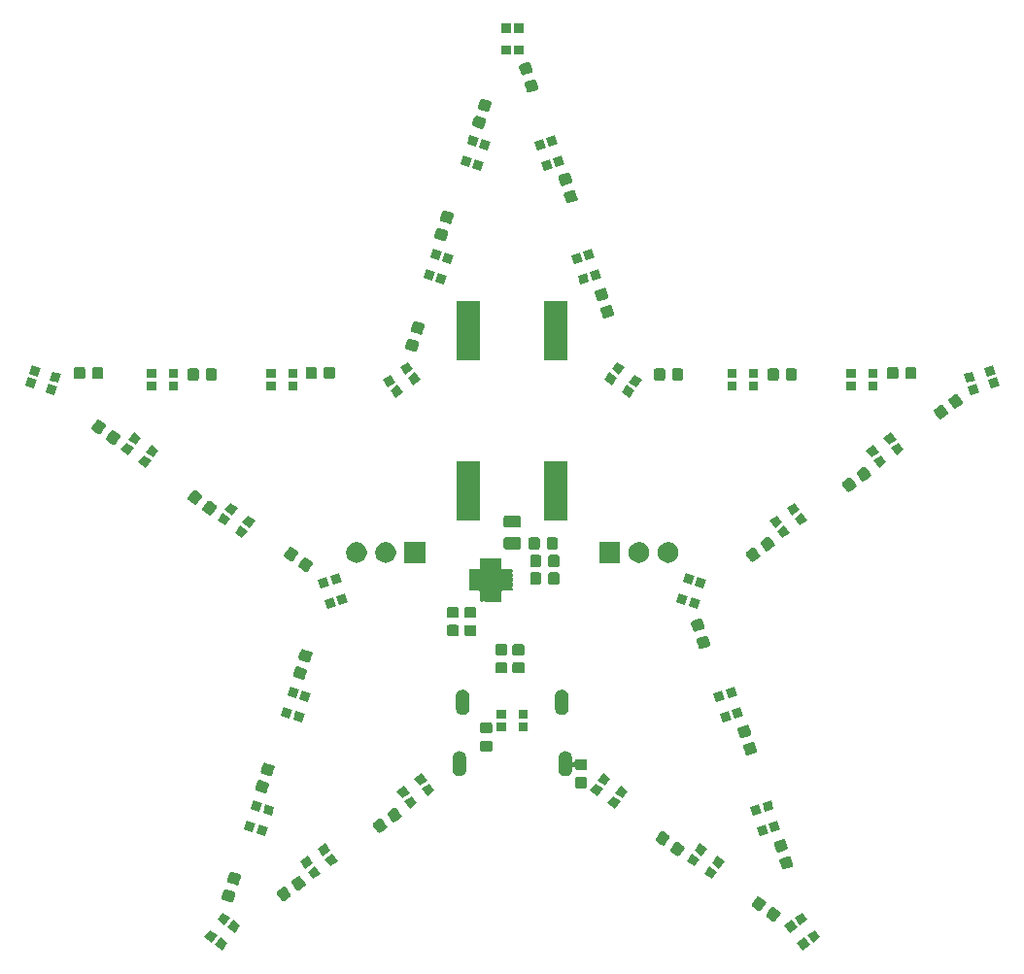
<source format=gbr>
G04 #@! TF.GenerationSoftware,KiCad,Pcbnew,5.1.5*
G04 #@! TF.CreationDate,2020-04-28T21:36:49+02:00*
G04 #@! TF.ProjectId,movingstar,6d6f7669-6e67-4737-9461-722e6b696361,rev?*
G04 #@! TF.SameCoordinates,Original*
G04 #@! TF.FileFunction,Soldermask,Top*
G04 #@! TF.FilePolarity,Negative*
%FSLAX46Y46*%
G04 Gerber Fmt 4.6, Leading zero omitted, Abs format (unit mm)*
G04 Created by KiCad (PCBNEW 5.1.5) date 2020-04-28 21:36:49*
%MOMM*%
%LPD*%
G04 APERTURE LIST*
%ADD10C,0.100000*%
G04 APERTURE END LIST*
D10*
G36*
X175182559Y-135785044D02*
G01*
X174711155Y-136433876D01*
X174062323Y-135962472D01*
X174533727Y-135313640D01*
X175182559Y-135785044D01*
G37*
G36*
X225937677Y-135962472D02*
G01*
X225288845Y-136433876D01*
X224817441Y-135785044D01*
X225466273Y-135313640D01*
X225937677Y-135962472D01*
G37*
G36*
X174292641Y-135138480D02*
G01*
X173821237Y-135787312D01*
X173172405Y-135315908D01*
X173643809Y-134667076D01*
X174292641Y-135138480D01*
G37*
G36*
X226827595Y-135315908D02*
G01*
X226178763Y-135787312D01*
X225707359Y-135138480D01*
X226356191Y-134667076D01*
X226827595Y-135315908D01*
G37*
G36*
X176287595Y-134264092D02*
G01*
X175816191Y-134912924D01*
X175167359Y-134441520D01*
X175638763Y-133792688D01*
X176287595Y-134264092D01*
G37*
G36*
X224832641Y-134441520D02*
G01*
X224183809Y-134912924D01*
X223712405Y-134264092D01*
X224361237Y-133792688D01*
X224832641Y-134441520D01*
G37*
G36*
X175397677Y-133617528D02*
G01*
X174926273Y-134266360D01*
X174277441Y-133794956D01*
X174748845Y-133146124D01*
X175397677Y-133617528D01*
G37*
G36*
X225722559Y-133794956D02*
G01*
X225073727Y-134266360D01*
X224602323Y-133617528D01*
X225251155Y-133146124D01*
X225722559Y-133794956D01*
G37*
G36*
X222756567Y-132669933D02*
G01*
X222790115Y-132681567D01*
X222826079Y-132702646D01*
X222871673Y-132735772D01*
X223266878Y-133022905D01*
X223266880Y-133022907D01*
X223312477Y-133056035D01*
X223343632Y-133083719D01*
X223365063Y-133112030D01*
X223380560Y-133143980D01*
X223389527Y-133178344D01*
X223391618Y-133213794D01*
X223386753Y-133248967D01*
X223375118Y-133282518D01*
X223354043Y-133318476D01*
X223320914Y-133364074D01*
X223009508Y-133792688D01*
X222956567Y-133865554D01*
X222928887Y-133896704D01*
X222900567Y-133918142D01*
X222868623Y-133933636D01*
X222834258Y-133942603D01*
X222798808Y-133944694D01*
X222763635Y-133939829D01*
X222730087Y-133928195D01*
X222694123Y-133907116D01*
X222536626Y-133792688D01*
X222253324Y-133586857D01*
X222253322Y-133586855D01*
X222207725Y-133553727D01*
X222176570Y-133526043D01*
X222155139Y-133497732D01*
X222139642Y-133465782D01*
X222130675Y-133431418D01*
X222128584Y-133395968D01*
X222133449Y-133360795D01*
X222145084Y-133327244D01*
X222166159Y-133291286D01*
X222253512Y-133171056D01*
X222530505Y-132789807D01*
X222530507Y-132789805D01*
X222563635Y-132744208D01*
X222591315Y-132713058D01*
X222619635Y-132691620D01*
X222651579Y-132676126D01*
X222685944Y-132667159D01*
X222721394Y-132665068D01*
X222756567Y-132669933D01*
G37*
G36*
X221482365Y-131744171D02*
G01*
X221515913Y-131755805D01*
X221551877Y-131776884D01*
X221597471Y-131810010D01*
X221992676Y-132097143D01*
X221992678Y-132097145D01*
X222038275Y-132130273D01*
X222069430Y-132157957D01*
X222090861Y-132186268D01*
X222106358Y-132218218D01*
X222115325Y-132252582D01*
X222117416Y-132288032D01*
X222112551Y-132323205D01*
X222100916Y-132356756D01*
X222079841Y-132392714D01*
X222046712Y-132438312D01*
X221817340Y-132754016D01*
X221682365Y-132939792D01*
X221654685Y-132970942D01*
X221626365Y-132992380D01*
X221594421Y-133007874D01*
X221560056Y-133016841D01*
X221524606Y-133018932D01*
X221489433Y-133014067D01*
X221455885Y-133002433D01*
X221419921Y-132981354D01*
X221107017Y-132754016D01*
X220979122Y-132661095D01*
X220979120Y-132661093D01*
X220933523Y-132627965D01*
X220902368Y-132600281D01*
X220880937Y-132571970D01*
X220865440Y-132540020D01*
X220856473Y-132505656D01*
X220854382Y-132470206D01*
X220859247Y-132435033D01*
X220870882Y-132401482D01*
X220891957Y-132365524D01*
X221032136Y-132172585D01*
X221256303Y-131864045D01*
X221256305Y-131864043D01*
X221289433Y-131818446D01*
X221317113Y-131787296D01*
X221345433Y-131765858D01*
X221377377Y-131750364D01*
X221411742Y-131741397D01*
X221447192Y-131739306D01*
X221482365Y-131744171D01*
G37*
G36*
X175059331Y-131107951D02*
G01*
X175100045Y-131116884D01*
X175743162Y-131325846D01*
X175781353Y-131342552D01*
X175810486Y-131362856D01*
X175835099Y-131388455D01*
X175854241Y-131418358D01*
X175867186Y-131451433D01*
X175873427Y-131486386D01*
X175872731Y-131521892D01*
X175863798Y-131562606D01*
X175846384Y-131616202D01*
X175846383Y-131616205D01*
X175727055Y-131983459D01*
X175678013Y-132134394D01*
X175661307Y-132172585D01*
X175641003Y-132201718D01*
X175615405Y-132226329D01*
X175585499Y-132245473D01*
X175552426Y-132258418D01*
X175517473Y-132264659D01*
X175481967Y-132263963D01*
X175441253Y-132255030D01*
X174798136Y-132046068D01*
X174759945Y-132029362D01*
X174730812Y-132009058D01*
X174706199Y-131983459D01*
X174687057Y-131953556D01*
X174674112Y-131920481D01*
X174667871Y-131885528D01*
X174668567Y-131850022D01*
X174677500Y-131809308D01*
X174699566Y-131741397D01*
X174845870Y-131291118D01*
X174863285Y-131237520D01*
X174879991Y-131199329D01*
X174900295Y-131170196D01*
X174925893Y-131145585D01*
X174955799Y-131126441D01*
X174988872Y-131113496D01*
X175023825Y-131107255D01*
X175059331Y-131107951D01*
G37*
G36*
X180158056Y-130889159D02*
G01*
X180192420Y-130898126D01*
X180224370Y-130913623D01*
X180252682Y-130935054D01*
X180280365Y-130966208D01*
X180313493Y-131011805D01*
X180313495Y-131011807D01*
X180541658Y-131325846D01*
X180677841Y-131513286D01*
X180698916Y-131549244D01*
X180710551Y-131582795D01*
X180715416Y-131617968D01*
X180713325Y-131653418D01*
X180704358Y-131687783D01*
X180688864Y-131719727D01*
X180667427Y-131748046D01*
X180636275Y-131775727D01*
X180590678Y-131808855D01*
X180590676Y-131808857D01*
X180351813Y-131982401D01*
X180149877Y-132129116D01*
X180113913Y-132150195D01*
X180080365Y-132161829D01*
X180045192Y-132166694D01*
X180009742Y-132164603D01*
X179975378Y-132155636D01*
X179943428Y-132140139D01*
X179915116Y-132118708D01*
X179887433Y-132087554D01*
X179811035Y-131982401D01*
X179523086Y-131586074D01*
X179489957Y-131540476D01*
X179468882Y-131504518D01*
X179457247Y-131470967D01*
X179452382Y-131435794D01*
X179454473Y-131400344D01*
X179463440Y-131365979D01*
X179478934Y-131334035D01*
X179500371Y-131305716D01*
X179531523Y-131278035D01*
X179577120Y-131244907D01*
X179577122Y-131244905D01*
X179972327Y-130957772D01*
X180017921Y-130924646D01*
X180053885Y-130903567D01*
X180087433Y-130891933D01*
X180122606Y-130887068D01*
X180158056Y-130889159D01*
G37*
G36*
X181432258Y-129963397D02*
G01*
X181466622Y-129972364D01*
X181498572Y-129987861D01*
X181526884Y-130009292D01*
X181554567Y-130040446D01*
X181587695Y-130086043D01*
X181587697Y-130086045D01*
X181815488Y-130399572D01*
X181952043Y-130587524D01*
X181973118Y-130623482D01*
X181984753Y-130657033D01*
X181989618Y-130692206D01*
X181987527Y-130727656D01*
X181978560Y-130762021D01*
X181963066Y-130793965D01*
X181941629Y-130822284D01*
X181910477Y-130849965D01*
X181864880Y-130883093D01*
X181864878Y-130883095D01*
X181519124Y-131134300D01*
X181424079Y-131203354D01*
X181388115Y-131224433D01*
X181354567Y-131236067D01*
X181319394Y-131240932D01*
X181283944Y-131238841D01*
X181249580Y-131229874D01*
X181217630Y-131214377D01*
X181189318Y-131192946D01*
X181161635Y-131161792D01*
X181026661Y-130976016D01*
X180797288Y-130660312D01*
X180764159Y-130614714D01*
X180743084Y-130578756D01*
X180731449Y-130545205D01*
X180726584Y-130510032D01*
X180728675Y-130474582D01*
X180737642Y-130440217D01*
X180753136Y-130408273D01*
X180774573Y-130379954D01*
X180805725Y-130352273D01*
X180851322Y-130319145D01*
X180851324Y-130319143D01*
X181246529Y-130032010D01*
X181292123Y-129998884D01*
X181328087Y-129977805D01*
X181361635Y-129966171D01*
X181396808Y-129961306D01*
X181432258Y-129963397D01*
G37*
G36*
X175546033Y-129610037D02*
G01*
X175586747Y-129618970D01*
X176229864Y-129827932D01*
X176268055Y-129844638D01*
X176297188Y-129864942D01*
X176321801Y-129890541D01*
X176340943Y-129920444D01*
X176353888Y-129953519D01*
X176360129Y-129988472D01*
X176359433Y-130023978D01*
X176350500Y-130064692D01*
X176333086Y-130118288D01*
X176333085Y-130118291D01*
X176213757Y-130485545D01*
X176164715Y-130636480D01*
X176148009Y-130674671D01*
X176127705Y-130703804D01*
X176102107Y-130728415D01*
X176072201Y-130747559D01*
X176039128Y-130760504D01*
X176004175Y-130766745D01*
X175968669Y-130766049D01*
X175927955Y-130757116D01*
X175284838Y-130548154D01*
X175246647Y-130531448D01*
X175217514Y-130511144D01*
X175192901Y-130485545D01*
X175173759Y-130455642D01*
X175160814Y-130422567D01*
X175154573Y-130387614D01*
X175155269Y-130352108D01*
X175164202Y-130311394D01*
X175265743Y-129998884D01*
X175332572Y-129793204D01*
X175349987Y-129739606D01*
X175366693Y-129701415D01*
X175386997Y-129672282D01*
X175412595Y-129647671D01*
X175442501Y-129628527D01*
X175475574Y-129615582D01*
X175510527Y-129609341D01*
X175546033Y-129610037D01*
G37*
G36*
X183272924Y-129756191D02*
G01*
X182624092Y-130227595D01*
X182152688Y-129578763D01*
X182801520Y-129107359D01*
X183272924Y-129756191D01*
G37*
G36*
X217847312Y-129578763D02*
G01*
X217375908Y-130227595D01*
X216727076Y-129756191D01*
X217198480Y-129107359D01*
X217847312Y-129578763D01*
G37*
G36*
X224158128Y-128245496D02*
G01*
X224191203Y-128258441D01*
X224221106Y-128277583D01*
X224246705Y-128302196D01*
X224267009Y-128331329D01*
X224283715Y-128369520D01*
X224301130Y-128423118D01*
X224364577Y-128618386D01*
X224469500Y-128941308D01*
X224478433Y-128982022D01*
X224479129Y-129017528D01*
X224472888Y-129052481D01*
X224459943Y-129085554D01*
X224440799Y-129115460D01*
X224416188Y-129141058D01*
X224387055Y-129161362D01*
X224348864Y-129178068D01*
X223705747Y-129387030D01*
X223665033Y-129395963D01*
X223629527Y-129396659D01*
X223594574Y-129390418D01*
X223561499Y-129377473D01*
X223531596Y-129358331D01*
X223505997Y-129333718D01*
X223485693Y-129304585D01*
X223468987Y-129266394D01*
X223419946Y-129115460D01*
X223300617Y-128748205D01*
X223300616Y-128748202D01*
X223283202Y-128694606D01*
X223274269Y-128653892D01*
X223273573Y-128618386D01*
X223279814Y-128583433D01*
X223292759Y-128550360D01*
X223311903Y-128520454D01*
X223336514Y-128494856D01*
X223365647Y-128474552D01*
X223403838Y-128457846D01*
X224046955Y-128248884D01*
X224087669Y-128239951D01*
X224123175Y-128239255D01*
X224158128Y-128245496D01*
G37*
G36*
X182626360Y-128866273D02*
G01*
X181977528Y-129337677D01*
X181506124Y-128688845D01*
X182154956Y-128217441D01*
X182626360Y-128866273D01*
G37*
G36*
X218493876Y-128688845D02*
G01*
X218022472Y-129337677D01*
X217373640Y-128866273D01*
X217845044Y-128217441D01*
X218493876Y-128688845D01*
G37*
G36*
X216326360Y-128473727D02*
G01*
X215854956Y-129122559D01*
X215206124Y-128651155D01*
X215677528Y-128002323D01*
X216326360Y-128473727D01*
G37*
G36*
X184793876Y-128651155D02*
G01*
X184145044Y-129122559D01*
X183673640Y-128473727D01*
X184322472Y-128002323D01*
X184793876Y-128651155D01*
G37*
G36*
X184147312Y-127761237D02*
G01*
X183498480Y-128232641D01*
X183027076Y-127583809D01*
X183675908Y-127112405D01*
X184147312Y-127761237D01*
G37*
G36*
X216972924Y-127583809D02*
G01*
X216501520Y-128232641D01*
X215852688Y-127761237D01*
X216324092Y-127112405D01*
X216972924Y-127583809D01*
G37*
G36*
X214374567Y-126954933D02*
G01*
X214408115Y-126966567D01*
X214444079Y-126987646D01*
X214489673Y-127020772D01*
X214884878Y-127307905D01*
X214884880Y-127307907D01*
X214930477Y-127341035D01*
X214961632Y-127368719D01*
X214983063Y-127397030D01*
X214998560Y-127428980D01*
X215007527Y-127463344D01*
X215009618Y-127498794D01*
X215004753Y-127533967D01*
X214993118Y-127567518D01*
X214972043Y-127603476D01*
X214938914Y-127649074D01*
X214682264Y-128002323D01*
X214574567Y-128150554D01*
X214546887Y-128181704D01*
X214518567Y-128203142D01*
X214486623Y-128218636D01*
X214452258Y-128227603D01*
X214416808Y-128229694D01*
X214381635Y-128224829D01*
X214348087Y-128213195D01*
X214312123Y-128192116D01*
X214050895Y-128002323D01*
X213871324Y-127871857D01*
X213871322Y-127871855D01*
X213825725Y-127838727D01*
X213794570Y-127811043D01*
X213773139Y-127782732D01*
X213757642Y-127750782D01*
X213748675Y-127716418D01*
X213746584Y-127680968D01*
X213751449Y-127645795D01*
X213763084Y-127612244D01*
X213784159Y-127576286D01*
X213919653Y-127389795D01*
X214148505Y-127074807D01*
X214148507Y-127074805D01*
X214181635Y-127029208D01*
X214209315Y-126998058D01*
X214237635Y-126976620D01*
X214269579Y-126961126D01*
X214303944Y-126952159D01*
X214339394Y-126950068D01*
X214374567Y-126954933D01*
G37*
G36*
X223671426Y-126747582D02*
G01*
X223704501Y-126760527D01*
X223734404Y-126779669D01*
X223760003Y-126804282D01*
X223780307Y-126833415D01*
X223797013Y-126871606D01*
X223814428Y-126925204D01*
X223935904Y-127299067D01*
X223982798Y-127443394D01*
X223991731Y-127484108D01*
X223992427Y-127519614D01*
X223986186Y-127554567D01*
X223973241Y-127587640D01*
X223954097Y-127617546D01*
X223929486Y-127643144D01*
X223900353Y-127663448D01*
X223862162Y-127680154D01*
X223219045Y-127889116D01*
X223178331Y-127898049D01*
X223142825Y-127898745D01*
X223107872Y-127892504D01*
X223074797Y-127879559D01*
X223044894Y-127860417D01*
X223019295Y-127835804D01*
X222998991Y-127806671D01*
X222982285Y-127768480D01*
X222933143Y-127617236D01*
X222813915Y-127250291D01*
X222813914Y-127250288D01*
X222796500Y-127196692D01*
X222787567Y-127155978D01*
X222786871Y-127120472D01*
X222793112Y-127085519D01*
X222806057Y-127052446D01*
X222825201Y-127022540D01*
X222849812Y-126996942D01*
X222878945Y-126976638D01*
X222917136Y-126959932D01*
X223560253Y-126750970D01*
X223600967Y-126742037D01*
X223636473Y-126741341D01*
X223671426Y-126747582D01*
G37*
G36*
X213100365Y-126029171D02*
G01*
X213133913Y-126040805D01*
X213169877Y-126061884D01*
X213215471Y-126095010D01*
X213610676Y-126382143D01*
X213610678Y-126382145D01*
X213656275Y-126415273D01*
X213687430Y-126442957D01*
X213708861Y-126471268D01*
X213724358Y-126503218D01*
X213733325Y-126537582D01*
X213735416Y-126573032D01*
X213730551Y-126608205D01*
X213718916Y-126641756D01*
X213697841Y-126677714D01*
X213647079Y-126747582D01*
X213350362Y-127155978D01*
X213300365Y-127224792D01*
X213272685Y-127255942D01*
X213244365Y-127277380D01*
X213212421Y-127292874D01*
X213178056Y-127301841D01*
X213142606Y-127303932D01*
X213107433Y-127299067D01*
X213073885Y-127287433D01*
X213037921Y-127266354D01*
X212951440Y-127203522D01*
X212597122Y-126946095D01*
X212597120Y-126946093D01*
X212551523Y-126912965D01*
X212520368Y-126885281D01*
X212498937Y-126856970D01*
X212483440Y-126825020D01*
X212474473Y-126790656D01*
X212472382Y-126755206D01*
X212477247Y-126720033D01*
X212488882Y-126686482D01*
X212509957Y-126650524D01*
X212648932Y-126459241D01*
X212874303Y-126149045D01*
X212874305Y-126149043D01*
X212907433Y-126103446D01*
X212935113Y-126072296D01*
X212963433Y-126050858D01*
X212995377Y-126035364D01*
X213029742Y-126026397D01*
X213065192Y-126024306D01*
X213100365Y-126029171D01*
G37*
G36*
X178687894Y-125696494D02*
G01*
X178440063Y-126459241D01*
X177677316Y-126211410D01*
X177925147Y-125448663D01*
X178687894Y-125696494D01*
G37*
G36*
X222322684Y-126211410D02*
G01*
X221559937Y-126459241D01*
X221312106Y-125696494D01*
X222074853Y-125448663D01*
X222322684Y-126211410D01*
G37*
G36*
X188540056Y-124920159D02*
G01*
X188574420Y-124929126D01*
X188606370Y-124944623D01*
X188634682Y-124966054D01*
X188662365Y-124997208D01*
X188695493Y-125042805D01*
X188695495Y-125042807D01*
X188923462Y-125356576D01*
X189059841Y-125544286D01*
X189080916Y-125580244D01*
X189092551Y-125613795D01*
X189097416Y-125648968D01*
X189095325Y-125684418D01*
X189086358Y-125718783D01*
X189070864Y-125750727D01*
X189049427Y-125779046D01*
X189018275Y-125806727D01*
X188972678Y-125839855D01*
X188972676Y-125839857D01*
X188685434Y-126048550D01*
X188531877Y-126160116D01*
X188495913Y-126181195D01*
X188462365Y-126192829D01*
X188427192Y-126197694D01*
X188391742Y-126195603D01*
X188357378Y-126186636D01*
X188325428Y-126171139D01*
X188297116Y-126149708D01*
X188269433Y-126118554D01*
X188235825Y-126072296D01*
X187905086Y-125617074D01*
X187871957Y-125571476D01*
X187850882Y-125535518D01*
X187839247Y-125501967D01*
X187834382Y-125466794D01*
X187836473Y-125431344D01*
X187845440Y-125396979D01*
X187860934Y-125365035D01*
X187882371Y-125336716D01*
X187913523Y-125309035D01*
X187959120Y-125275907D01*
X187959122Y-125275905D01*
X188354327Y-124988772D01*
X188399921Y-124955646D01*
X188435885Y-124934567D01*
X188469433Y-124922933D01*
X188504606Y-124918068D01*
X188540056Y-124920159D01*
G37*
G36*
X177641732Y-125356576D02*
G01*
X177393901Y-126119323D01*
X176631154Y-125871492D01*
X176878985Y-125108745D01*
X177641732Y-125356576D01*
G37*
G36*
X223368846Y-125871492D02*
G01*
X222606099Y-126119323D01*
X222358268Y-125356576D01*
X223121015Y-125108745D01*
X223368846Y-125871492D01*
G37*
G36*
X189814258Y-123994397D02*
G01*
X189848622Y-124003364D01*
X189880572Y-124018861D01*
X189908884Y-124040292D01*
X189936567Y-124071446D01*
X189969695Y-124117043D01*
X189969697Y-124117045D01*
X190192294Y-124423424D01*
X190334043Y-124618524D01*
X190355118Y-124654482D01*
X190366753Y-124688033D01*
X190371618Y-124723206D01*
X190369527Y-124758656D01*
X190360560Y-124793021D01*
X190345066Y-124824965D01*
X190323629Y-124853284D01*
X190292477Y-124880965D01*
X190246880Y-124914093D01*
X190246878Y-124914095D01*
X190118983Y-125007016D01*
X189806079Y-125234354D01*
X189770115Y-125255433D01*
X189736567Y-125267067D01*
X189701394Y-125271932D01*
X189665944Y-125269841D01*
X189631580Y-125260874D01*
X189599630Y-125245377D01*
X189571318Y-125223946D01*
X189543635Y-125192792D01*
X189408661Y-125007016D01*
X189179288Y-124691312D01*
X189146159Y-124645714D01*
X189125084Y-124609756D01*
X189113449Y-124576205D01*
X189108584Y-124541032D01*
X189110675Y-124505582D01*
X189119642Y-124471217D01*
X189135136Y-124439273D01*
X189156573Y-124410954D01*
X189187725Y-124383273D01*
X189233322Y-124350145D01*
X189233324Y-124350143D01*
X189628529Y-124063010D01*
X189674123Y-124029884D01*
X189710087Y-124008805D01*
X189743635Y-123997171D01*
X189778808Y-123992306D01*
X189814258Y-123994397D01*
G37*
G36*
X221741732Y-124423424D02*
G01*
X220978985Y-124671255D01*
X220731154Y-123908508D01*
X221493901Y-123660677D01*
X221741732Y-124423424D01*
G37*
G36*
X179268846Y-123908508D02*
G01*
X179021015Y-124671255D01*
X178258268Y-124423424D01*
X178506099Y-123660677D01*
X179268846Y-123908508D01*
G37*
G36*
X222787894Y-124083506D02*
G01*
X222025147Y-124331337D01*
X221777316Y-123568590D01*
X222540063Y-123320759D01*
X222787894Y-124083506D01*
G37*
G36*
X178222684Y-123568590D02*
G01*
X177974853Y-124331337D01*
X177212106Y-124083506D01*
X177459937Y-123320759D01*
X178222684Y-123568590D01*
G37*
G36*
X191702924Y-123636191D02*
G01*
X191054092Y-124107595D01*
X190582688Y-123458763D01*
X191231520Y-122987359D01*
X191702924Y-123636191D01*
G37*
G36*
X209417312Y-123458763D02*
G01*
X208945908Y-124107595D01*
X208297076Y-123636191D01*
X208768480Y-122987359D01*
X209417312Y-123458763D01*
G37*
G36*
X210063876Y-122568845D02*
G01*
X209592472Y-123217677D01*
X208943640Y-122746273D01*
X209415044Y-122097441D01*
X210063876Y-122568845D01*
G37*
G36*
X191056360Y-122746273D02*
G01*
X190407528Y-123217677D01*
X189936124Y-122568845D01*
X190584956Y-122097441D01*
X191056360Y-122746273D01*
G37*
G36*
X207896360Y-122353727D02*
G01*
X207424956Y-123002559D01*
X206776124Y-122531155D01*
X207247528Y-121882323D01*
X207896360Y-122353727D01*
G37*
G36*
X193223876Y-122531155D02*
G01*
X192575044Y-123002559D01*
X192103640Y-122353727D01*
X192752472Y-121882323D01*
X193223876Y-122531155D01*
G37*
G36*
X177980331Y-121582951D02*
G01*
X178021045Y-121591884D01*
X178664162Y-121800846D01*
X178702353Y-121817552D01*
X178731486Y-121837856D01*
X178756099Y-121863455D01*
X178775241Y-121893358D01*
X178788186Y-121926433D01*
X178794427Y-121961386D01*
X178793731Y-121996892D01*
X178784798Y-122037606D01*
X178767384Y-122091202D01*
X178767383Y-122091205D01*
X178648055Y-122458459D01*
X178599013Y-122609394D01*
X178582307Y-122647585D01*
X178562003Y-122676718D01*
X178536405Y-122701329D01*
X178506499Y-122720473D01*
X178473426Y-122733418D01*
X178438473Y-122739659D01*
X178402967Y-122738963D01*
X178362253Y-122730030D01*
X177719136Y-122521068D01*
X177680945Y-122504362D01*
X177651812Y-122484058D01*
X177627199Y-122458459D01*
X177608057Y-122428556D01*
X177595112Y-122395481D01*
X177588871Y-122360528D01*
X177589567Y-122325022D01*
X177598500Y-122284308D01*
X177626398Y-122198448D01*
X177766870Y-121766118D01*
X177784285Y-121712520D01*
X177800991Y-121674329D01*
X177821295Y-121645196D01*
X177846893Y-121620585D01*
X177876799Y-121601441D01*
X177909872Y-121588496D01*
X177944825Y-121582255D01*
X177980331Y-121582951D01*
G37*
G36*
X206373591Y-121334085D02*
G01*
X206407569Y-121344393D01*
X206438890Y-121361134D01*
X206466339Y-121383661D01*
X206488866Y-121411110D01*
X206505607Y-121442431D01*
X206515915Y-121476409D01*
X206520000Y-121517890D01*
X206520000Y-122119110D01*
X206515915Y-122160591D01*
X206505607Y-122194569D01*
X206488866Y-122225890D01*
X206466339Y-122253339D01*
X206438890Y-122275866D01*
X206407569Y-122292607D01*
X206373591Y-122302915D01*
X206332110Y-122307000D01*
X205655890Y-122307000D01*
X205614409Y-122302915D01*
X205580431Y-122292607D01*
X205549110Y-122275866D01*
X205521661Y-122253339D01*
X205499134Y-122225890D01*
X205482393Y-122194569D01*
X205472085Y-122160591D01*
X205468000Y-122119110D01*
X205468000Y-121517890D01*
X205472085Y-121476409D01*
X205482393Y-121442431D01*
X205499134Y-121411110D01*
X205521661Y-121383661D01*
X205549110Y-121361134D01*
X205580431Y-121344393D01*
X205614409Y-121334085D01*
X205655890Y-121330000D01*
X206332110Y-121330000D01*
X206373591Y-121334085D01*
G37*
G36*
X192577312Y-121641237D02*
G01*
X191928480Y-122112641D01*
X191457076Y-121463809D01*
X192105908Y-120992405D01*
X192577312Y-121641237D01*
G37*
G36*
X208542924Y-121463809D02*
G01*
X208071520Y-122112641D01*
X207422688Y-121641237D01*
X207894092Y-120992405D01*
X208542924Y-121463809D01*
G37*
G36*
X195497818Y-119075696D02*
G01*
X195611105Y-119110062D01*
X195715512Y-119165869D01*
X195807027Y-119240973D01*
X195882131Y-119332488D01*
X195937938Y-119436895D01*
X195972304Y-119550182D01*
X195981000Y-119638481D01*
X195981000Y-120697519D01*
X195972304Y-120785818D01*
X195937938Y-120899105D01*
X195882131Y-121003512D01*
X195882130Y-121003513D01*
X195807027Y-121095027D01*
X195740442Y-121149671D01*
X195715511Y-121170131D01*
X195611104Y-121225938D01*
X195497817Y-121260304D01*
X195380000Y-121271907D01*
X195262182Y-121260304D01*
X195148895Y-121225938D01*
X195044488Y-121170131D01*
X195030572Y-121158711D01*
X194952973Y-121095027D01*
X194877870Y-121003512D01*
X194877869Y-121003511D01*
X194822062Y-120899104D01*
X194787696Y-120785817D01*
X194779000Y-120697518D01*
X194779001Y-119638481D01*
X194787697Y-119550182D01*
X194822063Y-119436895D01*
X194877870Y-119332488D01*
X194952974Y-119240973D01*
X195044489Y-119165869D01*
X195148896Y-119110062D01*
X195262183Y-119075696D01*
X195380000Y-119064093D01*
X195497818Y-119075696D01*
G37*
G36*
X204737818Y-119075696D02*
G01*
X204851105Y-119110062D01*
X204955512Y-119165869D01*
X205047027Y-119240973D01*
X205122131Y-119332488D01*
X205177938Y-119436895D01*
X205212304Y-119550182D01*
X205221000Y-119638481D01*
X205221000Y-119906310D01*
X205223402Y-119930696D01*
X205230515Y-119954145D01*
X205242066Y-119975756D01*
X205257611Y-119994698D01*
X205276553Y-120010243D01*
X205298164Y-120021794D01*
X205321613Y-120028907D01*
X205345999Y-120031309D01*
X205370385Y-120028907D01*
X205393834Y-120021794D01*
X205415445Y-120010243D01*
X205434387Y-119994698D01*
X205449932Y-119975756D01*
X205461483Y-119954145D01*
X205468596Y-119930696D01*
X205470396Y-119918562D01*
X205472085Y-119901409D01*
X205482393Y-119867431D01*
X205499134Y-119836110D01*
X205521661Y-119808661D01*
X205549110Y-119786134D01*
X205580431Y-119769393D01*
X205614409Y-119759085D01*
X205655890Y-119755000D01*
X206332110Y-119755000D01*
X206373591Y-119759085D01*
X206407569Y-119769393D01*
X206438890Y-119786134D01*
X206466339Y-119808661D01*
X206488866Y-119836110D01*
X206505607Y-119867431D01*
X206515915Y-119901409D01*
X206520000Y-119942890D01*
X206520000Y-120544110D01*
X206515915Y-120585591D01*
X206505607Y-120619569D01*
X206488866Y-120650890D01*
X206466339Y-120678339D01*
X206438890Y-120700866D01*
X206407569Y-120717607D01*
X206373591Y-120727915D01*
X206332110Y-120732000D01*
X205655890Y-120732000D01*
X205614409Y-120727915D01*
X205580431Y-120717607D01*
X205549110Y-120700866D01*
X205521661Y-120678339D01*
X205499134Y-120650890D01*
X205482393Y-120619569D01*
X205472085Y-120585591D01*
X205470396Y-120568438D01*
X205465616Y-120544405D01*
X205456238Y-120521766D01*
X205442625Y-120501392D01*
X205425298Y-120484065D01*
X205404923Y-120470451D01*
X205382284Y-120461073D01*
X205358251Y-120456293D01*
X205333747Y-120456293D01*
X205309714Y-120461073D01*
X205287075Y-120470451D01*
X205266701Y-120484064D01*
X205249374Y-120501391D01*
X205235760Y-120521766D01*
X205226382Y-120544405D01*
X205221602Y-120568438D01*
X205221000Y-120580690D01*
X205221000Y-120697519D01*
X205212304Y-120785818D01*
X205177938Y-120899105D01*
X205122131Y-121003512D01*
X205122130Y-121003513D01*
X205047027Y-121095027D01*
X204980442Y-121149671D01*
X204955511Y-121170131D01*
X204851104Y-121225938D01*
X204737817Y-121260304D01*
X204620000Y-121271907D01*
X204502182Y-121260304D01*
X204388895Y-121225938D01*
X204284488Y-121170131D01*
X204270572Y-121158711D01*
X204192973Y-121095027D01*
X204117870Y-121003512D01*
X204117869Y-121003511D01*
X204062062Y-120899104D01*
X204027696Y-120785817D01*
X204019000Y-120697518D01*
X204019001Y-119638481D01*
X204027697Y-119550182D01*
X204062063Y-119436895D01*
X204117870Y-119332488D01*
X204192974Y-119240973D01*
X204284489Y-119165869D01*
X204388896Y-119110062D01*
X204502183Y-119075696D01*
X204620000Y-119064093D01*
X204737818Y-119075696D01*
G37*
G36*
X178467033Y-120085037D02*
G01*
X178507747Y-120093970D01*
X179150864Y-120302932D01*
X179189055Y-120319638D01*
X179218188Y-120339942D01*
X179242801Y-120365541D01*
X179261943Y-120395444D01*
X179274888Y-120428519D01*
X179281129Y-120463472D01*
X179280433Y-120498978D01*
X179271500Y-120539692D01*
X179254086Y-120593288D01*
X179254085Y-120593291D01*
X179134757Y-120960545D01*
X179085715Y-121111480D01*
X179069009Y-121149671D01*
X179048705Y-121178804D01*
X179023107Y-121203415D01*
X178993201Y-121222559D01*
X178960128Y-121235504D01*
X178925175Y-121241745D01*
X178889669Y-121241049D01*
X178848955Y-121232116D01*
X178205838Y-121023154D01*
X178167647Y-121006448D01*
X178138514Y-120986144D01*
X178113901Y-120960545D01*
X178094759Y-120930642D01*
X178081814Y-120897567D01*
X178075573Y-120862614D01*
X178076269Y-120827108D01*
X178085202Y-120786394D01*
X178102876Y-120732000D01*
X178253572Y-120268204D01*
X178270987Y-120214606D01*
X178287693Y-120176415D01*
X178307997Y-120147282D01*
X178333595Y-120122671D01*
X178363501Y-120103527D01*
X178396574Y-120090582D01*
X178431527Y-120084341D01*
X178467033Y-120085037D01*
G37*
G36*
X220997128Y-118286496D02*
G01*
X221030203Y-118299441D01*
X221060106Y-118318583D01*
X221085705Y-118343196D01*
X221106009Y-118372329D01*
X221122715Y-118410520D01*
X221140130Y-118464118D01*
X221203577Y-118659386D01*
X221308500Y-118982308D01*
X221317433Y-119023022D01*
X221318129Y-119058528D01*
X221311888Y-119093481D01*
X221298943Y-119126554D01*
X221279799Y-119156460D01*
X221255188Y-119182058D01*
X221226055Y-119202362D01*
X221187864Y-119219068D01*
X220544747Y-119428030D01*
X220504033Y-119436963D01*
X220468527Y-119437659D01*
X220433574Y-119431418D01*
X220400499Y-119418473D01*
X220370596Y-119399331D01*
X220344997Y-119374718D01*
X220324693Y-119345585D01*
X220307987Y-119307394D01*
X220258946Y-119156460D01*
X220139617Y-118789205D01*
X220139616Y-118789202D01*
X220122202Y-118735606D01*
X220113269Y-118694892D01*
X220112573Y-118659386D01*
X220118814Y-118624433D01*
X220131759Y-118591360D01*
X220150903Y-118561454D01*
X220175514Y-118535856D01*
X220204647Y-118515552D01*
X220242838Y-118498846D01*
X220885955Y-118289884D01*
X220926669Y-118280951D01*
X220962175Y-118280255D01*
X220997128Y-118286496D01*
G37*
G36*
X198098271Y-118148925D02*
G01*
X198132249Y-118159233D01*
X198163570Y-118175974D01*
X198191019Y-118198501D01*
X198213546Y-118225950D01*
X198230287Y-118257271D01*
X198240595Y-118291249D01*
X198244680Y-118332730D01*
X198244680Y-118933950D01*
X198240595Y-118975431D01*
X198230287Y-119009409D01*
X198213546Y-119040730D01*
X198191019Y-119068179D01*
X198163570Y-119090706D01*
X198132249Y-119107447D01*
X198098271Y-119117755D01*
X198056790Y-119121840D01*
X197380570Y-119121840D01*
X197339089Y-119117755D01*
X197305111Y-119107447D01*
X197273790Y-119090706D01*
X197246341Y-119068179D01*
X197223814Y-119040730D01*
X197207073Y-119009409D01*
X197196765Y-118975431D01*
X197192680Y-118933950D01*
X197192680Y-118332730D01*
X197196765Y-118291249D01*
X197207073Y-118257271D01*
X197223814Y-118225950D01*
X197246341Y-118198501D01*
X197273790Y-118175974D01*
X197305111Y-118159233D01*
X197339089Y-118148925D01*
X197380570Y-118144840D01*
X198056790Y-118144840D01*
X198098271Y-118148925D01*
G37*
G36*
X220510426Y-116788582D02*
G01*
X220543501Y-116801527D01*
X220573404Y-116820669D01*
X220599003Y-116845282D01*
X220619307Y-116874415D01*
X220636013Y-116912606D01*
X220653428Y-116966204D01*
X220788204Y-117381000D01*
X220821798Y-117484394D01*
X220830731Y-117525108D01*
X220831427Y-117560614D01*
X220825186Y-117595567D01*
X220812241Y-117628640D01*
X220793097Y-117658546D01*
X220768486Y-117684144D01*
X220739353Y-117704448D01*
X220701162Y-117721154D01*
X220058045Y-117930116D01*
X220017331Y-117939049D01*
X219981825Y-117939745D01*
X219946872Y-117933504D01*
X219913797Y-117920559D01*
X219883894Y-117901417D01*
X219858295Y-117876804D01*
X219837991Y-117847671D01*
X219821285Y-117809480D01*
X219772244Y-117658546D01*
X219652915Y-117291291D01*
X219652914Y-117291288D01*
X219635500Y-117237692D01*
X219626567Y-117196978D01*
X219625871Y-117161472D01*
X219632112Y-117126519D01*
X219645057Y-117093446D01*
X219664201Y-117063540D01*
X219688812Y-117037942D01*
X219717945Y-117017638D01*
X219756136Y-117000932D01*
X220399253Y-116791970D01*
X220439967Y-116783037D01*
X220475473Y-116782341D01*
X220510426Y-116788582D01*
G37*
G36*
X198098271Y-116573925D02*
G01*
X198132249Y-116584233D01*
X198163570Y-116600974D01*
X198191019Y-116623501D01*
X198213546Y-116650950D01*
X198230287Y-116682271D01*
X198240595Y-116716249D01*
X198244680Y-116757730D01*
X198244680Y-117358950D01*
X198240595Y-117400431D01*
X198230287Y-117434409D01*
X198213546Y-117465730D01*
X198191019Y-117493179D01*
X198163570Y-117515706D01*
X198132249Y-117532447D01*
X198098271Y-117542755D01*
X198056790Y-117546840D01*
X197380570Y-117546840D01*
X197339089Y-117542755D01*
X197305111Y-117532447D01*
X197273790Y-117515706D01*
X197246341Y-117493179D01*
X197223814Y-117465730D01*
X197207073Y-117434409D01*
X197196765Y-117400431D01*
X197192680Y-117358950D01*
X197192680Y-116757730D01*
X197196765Y-116716249D01*
X197207073Y-116682271D01*
X197223814Y-116650950D01*
X197246341Y-116623501D01*
X197273790Y-116600974D01*
X197305111Y-116584233D01*
X197339089Y-116573925D01*
X197380570Y-116569840D01*
X198056790Y-116569840D01*
X198098271Y-116573925D01*
G37*
G36*
X201341000Y-117381000D02*
G01*
X200539000Y-117381000D01*
X200539000Y-116579000D01*
X201341000Y-116579000D01*
X201341000Y-117381000D01*
G37*
G36*
X199461000Y-117381000D02*
G01*
X198659000Y-117381000D01*
X198659000Y-116579000D01*
X199461000Y-116579000D01*
X199461000Y-117381000D01*
G37*
G36*
X219112684Y-116301410D02*
G01*
X218349937Y-116549241D01*
X218102106Y-115786494D01*
X218864853Y-115538663D01*
X219112684Y-116301410D01*
G37*
G36*
X181897894Y-115786494D02*
G01*
X181650063Y-116549241D01*
X180887316Y-116301410D01*
X181135147Y-115538663D01*
X181897894Y-115786494D01*
G37*
G36*
X199461000Y-116281000D02*
G01*
X198659000Y-116281000D01*
X198659000Y-115479000D01*
X199461000Y-115479000D01*
X199461000Y-116281000D01*
G37*
G36*
X201341000Y-116281000D02*
G01*
X200539000Y-116281000D01*
X200539000Y-115479000D01*
X201341000Y-115479000D01*
X201341000Y-116281000D01*
G37*
G36*
X180851732Y-115446576D02*
G01*
X180603901Y-116209323D01*
X179841154Y-115961492D01*
X180088985Y-115198745D01*
X180851732Y-115446576D01*
G37*
G36*
X220158846Y-115961492D02*
G01*
X219396099Y-116209323D01*
X219148268Y-115446576D01*
X219911015Y-115198745D01*
X220158846Y-115961492D01*
G37*
G36*
X195797818Y-113715696D02*
G01*
X195911105Y-113750062D01*
X196015512Y-113805869D01*
X196107027Y-113880973D01*
X196182131Y-113972488D01*
X196237938Y-114076895D01*
X196272304Y-114190182D01*
X196281000Y-114278481D01*
X196281000Y-115337519D01*
X196272304Y-115425818D01*
X196237938Y-115539105D01*
X196182131Y-115643512D01*
X196182130Y-115643513D01*
X196107027Y-115735027D01*
X196044313Y-115786494D01*
X196015511Y-115810131D01*
X195911104Y-115865938D01*
X195797817Y-115900304D01*
X195680000Y-115911907D01*
X195562182Y-115900304D01*
X195448895Y-115865938D01*
X195344488Y-115810131D01*
X195315686Y-115786494D01*
X195252973Y-115735027D01*
X195177870Y-115643512D01*
X195177869Y-115643511D01*
X195122062Y-115539104D01*
X195087696Y-115425817D01*
X195079000Y-115337518D01*
X195079001Y-114278481D01*
X195087697Y-114190182D01*
X195122063Y-114076895D01*
X195177870Y-113972488D01*
X195252974Y-113880973D01*
X195344489Y-113805869D01*
X195448896Y-113750062D01*
X195562183Y-113715696D01*
X195680000Y-113704093D01*
X195797818Y-113715696D01*
G37*
G36*
X204437818Y-113715696D02*
G01*
X204551105Y-113750062D01*
X204655512Y-113805869D01*
X204747027Y-113880973D01*
X204822131Y-113972488D01*
X204877938Y-114076895D01*
X204912304Y-114190182D01*
X204921000Y-114278481D01*
X204921000Y-115337519D01*
X204912304Y-115425818D01*
X204877938Y-115539105D01*
X204822131Y-115643512D01*
X204822130Y-115643513D01*
X204747027Y-115735027D01*
X204684313Y-115786494D01*
X204655511Y-115810131D01*
X204551104Y-115865938D01*
X204437817Y-115900304D01*
X204320000Y-115911907D01*
X204202182Y-115900304D01*
X204088895Y-115865938D01*
X203984488Y-115810131D01*
X203955686Y-115786494D01*
X203892973Y-115735027D01*
X203817870Y-115643512D01*
X203817869Y-115643511D01*
X203762062Y-115539104D01*
X203727696Y-115425817D01*
X203719000Y-115337518D01*
X203719001Y-114278481D01*
X203727697Y-114190182D01*
X203762063Y-114076895D01*
X203817870Y-113972488D01*
X203892974Y-113880973D01*
X203984489Y-113805869D01*
X204088896Y-113750062D01*
X204202183Y-113715696D01*
X204320000Y-113704093D01*
X204437818Y-113715696D01*
G37*
G36*
X218531732Y-114513424D02*
G01*
X217768985Y-114761255D01*
X217521154Y-113998508D01*
X218283901Y-113750677D01*
X218531732Y-114513424D01*
G37*
G36*
X182478846Y-113998508D02*
G01*
X182231015Y-114761255D01*
X181468268Y-114513424D01*
X181716099Y-113750677D01*
X182478846Y-113998508D01*
G37*
G36*
X219577894Y-114173506D02*
G01*
X218815147Y-114421337D01*
X218567316Y-113658590D01*
X219330063Y-113410759D01*
X219577894Y-114173506D01*
G37*
G36*
X181432684Y-113658590D02*
G01*
X181184853Y-114421337D01*
X180422106Y-114173506D01*
X180669937Y-113410759D01*
X181432684Y-113658590D01*
G37*
G36*
X181282331Y-111676951D02*
G01*
X181323045Y-111685884D01*
X181966162Y-111894846D01*
X182004353Y-111911552D01*
X182033486Y-111931856D01*
X182058099Y-111957455D01*
X182077241Y-111987358D01*
X182090186Y-112020433D01*
X182096427Y-112055386D01*
X182095731Y-112090892D01*
X182086798Y-112131606D01*
X182069384Y-112185202D01*
X182069383Y-112185205D01*
X181950055Y-112552459D01*
X181901013Y-112703394D01*
X181884307Y-112741585D01*
X181864003Y-112770718D01*
X181838405Y-112795329D01*
X181808499Y-112814473D01*
X181775426Y-112827418D01*
X181740473Y-112833659D01*
X181704967Y-112832963D01*
X181664253Y-112824030D01*
X181021136Y-112615068D01*
X180982945Y-112598362D01*
X180953812Y-112578058D01*
X180929199Y-112552459D01*
X180910057Y-112522556D01*
X180897112Y-112489481D01*
X180890871Y-112454528D01*
X180891567Y-112419022D01*
X180900500Y-112378308D01*
X180926139Y-112299400D01*
X181068870Y-111860118D01*
X181086285Y-111806520D01*
X181102991Y-111768329D01*
X181123295Y-111739196D01*
X181148893Y-111714585D01*
X181178799Y-111695441D01*
X181211872Y-111682496D01*
X181246825Y-111676255D01*
X181282331Y-111676951D01*
G37*
G36*
X200912591Y-111326485D02*
G01*
X200946569Y-111336793D01*
X200977890Y-111353534D01*
X201005339Y-111376061D01*
X201027866Y-111403510D01*
X201044607Y-111434831D01*
X201054915Y-111468809D01*
X201059000Y-111510290D01*
X201059000Y-112111510D01*
X201054915Y-112152991D01*
X201044607Y-112186969D01*
X201027866Y-112218290D01*
X201005339Y-112245739D01*
X200977890Y-112268266D01*
X200946569Y-112285007D01*
X200912591Y-112295315D01*
X200871110Y-112299400D01*
X200194890Y-112299400D01*
X200153409Y-112295315D01*
X200119431Y-112285007D01*
X200088110Y-112268266D01*
X200060661Y-112245739D01*
X200038134Y-112218290D01*
X200021393Y-112186969D01*
X200011085Y-112152991D01*
X200007000Y-112111510D01*
X200007000Y-111510290D01*
X200011085Y-111468809D01*
X200021393Y-111434831D01*
X200038134Y-111403510D01*
X200060661Y-111376061D01*
X200088110Y-111353534D01*
X200119431Y-111336793D01*
X200153409Y-111326485D01*
X200194890Y-111322400D01*
X200871110Y-111322400D01*
X200912591Y-111326485D01*
G37*
G36*
X199439391Y-111326485D02*
G01*
X199473369Y-111336793D01*
X199504690Y-111353534D01*
X199532139Y-111376061D01*
X199554666Y-111403510D01*
X199571407Y-111434831D01*
X199581715Y-111468809D01*
X199585800Y-111510290D01*
X199585800Y-112111510D01*
X199581715Y-112152991D01*
X199571407Y-112186969D01*
X199554666Y-112218290D01*
X199532139Y-112245739D01*
X199504690Y-112268266D01*
X199473369Y-112285007D01*
X199439391Y-112295315D01*
X199397910Y-112299400D01*
X198721690Y-112299400D01*
X198680209Y-112295315D01*
X198646231Y-112285007D01*
X198614910Y-112268266D01*
X198587461Y-112245739D01*
X198564934Y-112218290D01*
X198548193Y-112186969D01*
X198537885Y-112152991D01*
X198533800Y-112111510D01*
X198533800Y-111510290D01*
X198537885Y-111468809D01*
X198548193Y-111434831D01*
X198564934Y-111403510D01*
X198587461Y-111376061D01*
X198614910Y-111353534D01*
X198646231Y-111336793D01*
X198680209Y-111326485D01*
X198721690Y-111322400D01*
X199397910Y-111322400D01*
X199439391Y-111326485D01*
G37*
G36*
X181769033Y-110179037D02*
G01*
X181809747Y-110187970D01*
X182452864Y-110396932D01*
X182491055Y-110413638D01*
X182520188Y-110433942D01*
X182544801Y-110459541D01*
X182563943Y-110489444D01*
X182576888Y-110522519D01*
X182583129Y-110557472D01*
X182582433Y-110592978D01*
X182573500Y-110633692D01*
X182556086Y-110687288D01*
X182556085Y-110687291D01*
X182436757Y-111054545D01*
X182387715Y-111205480D01*
X182371009Y-111243671D01*
X182350705Y-111272804D01*
X182325107Y-111297415D01*
X182295201Y-111316559D01*
X182262128Y-111329504D01*
X182227175Y-111335745D01*
X182191669Y-111335049D01*
X182150955Y-111326116D01*
X181507838Y-111117154D01*
X181469647Y-111100448D01*
X181440514Y-111080144D01*
X181415901Y-111054545D01*
X181396759Y-111024642D01*
X181383814Y-110991567D01*
X181377573Y-110956614D01*
X181378269Y-110921108D01*
X181387202Y-110880394D01*
X181448004Y-110693266D01*
X181555572Y-110362204D01*
X181572987Y-110308606D01*
X181589693Y-110270415D01*
X181609997Y-110241282D01*
X181635595Y-110216671D01*
X181665501Y-110197527D01*
X181698574Y-110184582D01*
X181733527Y-110178341D01*
X181769033Y-110179037D01*
G37*
G36*
X200912591Y-109751485D02*
G01*
X200946569Y-109761793D01*
X200977890Y-109778534D01*
X201005339Y-109801061D01*
X201027866Y-109828510D01*
X201044607Y-109859831D01*
X201054915Y-109893809D01*
X201059000Y-109935290D01*
X201059000Y-110536510D01*
X201054915Y-110577991D01*
X201044607Y-110611969D01*
X201027866Y-110643290D01*
X201005339Y-110670739D01*
X200977890Y-110693266D01*
X200946569Y-110710007D01*
X200912591Y-110720315D01*
X200871110Y-110724400D01*
X200194890Y-110724400D01*
X200153409Y-110720315D01*
X200119431Y-110710007D01*
X200088110Y-110693266D01*
X200060661Y-110670739D01*
X200038134Y-110643290D01*
X200021393Y-110611969D01*
X200011085Y-110577991D01*
X200007000Y-110536510D01*
X200007000Y-109935290D01*
X200011085Y-109893809D01*
X200021393Y-109859831D01*
X200038134Y-109828510D01*
X200060661Y-109801061D01*
X200088110Y-109778534D01*
X200119431Y-109761793D01*
X200153409Y-109751485D01*
X200194890Y-109747400D01*
X200871110Y-109747400D01*
X200912591Y-109751485D01*
G37*
G36*
X199439391Y-109751485D02*
G01*
X199473369Y-109761793D01*
X199504690Y-109778534D01*
X199532139Y-109801061D01*
X199554666Y-109828510D01*
X199571407Y-109859831D01*
X199581715Y-109893809D01*
X199585800Y-109935290D01*
X199585800Y-110536510D01*
X199581715Y-110577991D01*
X199571407Y-110611969D01*
X199554666Y-110643290D01*
X199532139Y-110670739D01*
X199504690Y-110693266D01*
X199473369Y-110710007D01*
X199439391Y-110720315D01*
X199397910Y-110724400D01*
X198721690Y-110724400D01*
X198680209Y-110720315D01*
X198646231Y-110710007D01*
X198614910Y-110693266D01*
X198587461Y-110670739D01*
X198564934Y-110643290D01*
X198548193Y-110611969D01*
X198537885Y-110577991D01*
X198533800Y-110536510D01*
X198533800Y-109935290D01*
X198537885Y-109893809D01*
X198548193Y-109859831D01*
X198564934Y-109828510D01*
X198587461Y-109801061D01*
X198614910Y-109778534D01*
X198646231Y-109761793D01*
X198680209Y-109751485D01*
X198721690Y-109747400D01*
X199397910Y-109747400D01*
X199439391Y-109751485D01*
G37*
G36*
X216933128Y-109015496D02*
G01*
X216966203Y-109028441D01*
X216996106Y-109047583D01*
X217021705Y-109072196D01*
X217042009Y-109101329D01*
X217058715Y-109139520D01*
X217076130Y-109193118D01*
X217139577Y-109388386D01*
X217244500Y-109711308D01*
X217253433Y-109752022D01*
X217254129Y-109787528D01*
X217247888Y-109822481D01*
X217234943Y-109855554D01*
X217215799Y-109885460D01*
X217191188Y-109911058D01*
X217162055Y-109931362D01*
X217123864Y-109948068D01*
X216480747Y-110157030D01*
X216440033Y-110165963D01*
X216404527Y-110166659D01*
X216369574Y-110160418D01*
X216336499Y-110147473D01*
X216306596Y-110128331D01*
X216280997Y-110103718D01*
X216260693Y-110074585D01*
X216243987Y-110036394D01*
X216194946Y-109885460D01*
X216075617Y-109518205D01*
X216075616Y-109518202D01*
X216058202Y-109464606D01*
X216049269Y-109423892D01*
X216048573Y-109388386D01*
X216054814Y-109353433D01*
X216067759Y-109320360D01*
X216086903Y-109290454D01*
X216111514Y-109264856D01*
X216140647Y-109244552D01*
X216178838Y-109227846D01*
X216821955Y-109018884D01*
X216862669Y-109009951D01*
X216898175Y-109009255D01*
X216933128Y-109015496D01*
G37*
G36*
X196726671Y-108075285D02*
G01*
X196760649Y-108085593D01*
X196791970Y-108102334D01*
X196819419Y-108124861D01*
X196841946Y-108152310D01*
X196858687Y-108183631D01*
X196868995Y-108217609D01*
X196873080Y-108259090D01*
X196873080Y-108860310D01*
X196868995Y-108901791D01*
X196858687Y-108935769D01*
X196841946Y-108967090D01*
X196819419Y-108994539D01*
X196791970Y-109017066D01*
X196760649Y-109033807D01*
X196726671Y-109044115D01*
X196685190Y-109048200D01*
X196008970Y-109048200D01*
X195967489Y-109044115D01*
X195933511Y-109033807D01*
X195902190Y-109017066D01*
X195874741Y-108994539D01*
X195852214Y-108967090D01*
X195835473Y-108935769D01*
X195825165Y-108901791D01*
X195821080Y-108860310D01*
X195821080Y-108259090D01*
X195825165Y-108217609D01*
X195835473Y-108183631D01*
X195852214Y-108152310D01*
X195874741Y-108124861D01*
X195902190Y-108102334D01*
X195933511Y-108085593D01*
X195967489Y-108075285D01*
X196008970Y-108071200D01*
X196685190Y-108071200D01*
X196726671Y-108075285D01*
G37*
G36*
X195202671Y-108070205D02*
G01*
X195236649Y-108080513D01*
X195267970Y-108097254D01*
X195295419Y-108119781D01*
X195317946Y-108147230D01*
X195334687Y-108178551D01*
X195344995Y-108212529D01*
X195349080Y-108254010D01*
X195349080Y-108855230D01*
X195344995Y-108896711D01*
X195334687Y-108930689D01*
X195317946Y-108962010D01*
X195295419Y-108989459D01*
X195267970Y-109011986D01*
X195236649Y-109028727D01*
X195202671Y-109039035D01*
X195161190Y-109043120D01*
X194484970Y-109043120D01*
X194443489Y-109039035D01*
X194409511Y-109028727D01*
X194378190Y-109011986D01*
X194350741Y-108989459D01*
X194328214Y-108962010D01*
X194311473Y-108930689D01*
X194301165Y-108896711D01*
X194297080Y-108855230D01*
X194297080Y-108254010D01*
X194301165Y-108212529D01*
X194311473Y-108178551D01*
X194328214Y-108147230D01*
X194350741Y-108119781D01*
X194378190Y-108097254D01*
X194409511Y-108080513D01*
X194443489Y-108070205D01*
X194484970Y-108066120D01*
X195161190Y-108066120D01*
X195202671Y-108070205D01*
G37*
G36*
X216446426Y-107517582D02*
G01*
X216479501Y-107530527D01*
X216509404Y-107549669D01*
X216535003Y-107574282D01*
X216555307Y-107603415D01*
X216572013Y-107641606D01*
X216589428Y-107695204D01*
X216733191Y-108137659D01*
X216757798Y-108213394D01*
X216766731Y-108254108D01*
X216767427Y-108289614D01*
X216761186Y-108324567D01*
X216748241Y-108357640D01*
X216729097Y-108387546D01*
X216704486Y-108413144D01*
X216675353Y-108433448D01*
X216637162Y-108450154D01*
X215994045Y-108659116D01*
X215953331Y-108668049D01*
X215917825Y-108668745D01*
X215882872Y-108662504D01*
X215849797Y-108649559D01*
X215819894Y-108630417D01*
X215794295Y-108605804D01*
X215773991Y-108576671D01*
X215757285Y-108538480D01*
X215708244Y-108387546D01*
X215588915Y-108020291D01*
X215588914Y-108020288D01*
X215571500Y-107966692D01*
X215562567Y-107925978D01*
X215561871Y-107890472D01*
X215568112Y-107855519D01*
X215581057Y-107822446D01*
X215600201Y-107792540D01*
X215624812Y-107766942D01*
X215653945Y-107746638D01*
X215692136Y-107729932D01*
X216335253Y-107520970D01*
X216375967Y-107512037D01*
X216411473Y-107511341D01*
X216446426Y-107517582D01*
G37*
G36*
X196726671Y-106500285D02*
G01*
X196760649Y-106510593D01*
X196791970Y-106527334D01*
X196819419Y-106549861D01*
X196841946Y-106577310D01*
X196858687Y-106608631D01*
X196868995Y-106642609D01*
X196873080Y-106684090D01*
X196873080Y-107285310D01*
X196868995Y-107326791D01*
X196858687Y-107360769D01*
X196841946Y-107392090D01*
X196819419Y-107419539D01*
X196791970Y-107442066D01*
X196760649Y-107458807D01*
X196726671Y-107469115D01*
X196685190Y-107473200D01*
X196008970Y-107473200D01*
X195967489Y-107469115D01*
X195933511Y-107458807D01*
X195902190Y-107442066D01*
X195874741Y-107419539D01*
X195852214Y-107392090D01*
X195835473Y-107360769D01*
X195825165Y-107326791D01*
X195821080Y-107285310D01*
X195821080Y-106684090D01*
X195825165Y-106642609D01*
X195835473Y-106608631D01*
X195852214Y-106577310D01*
X195874741Y-106549861D01*
X195902190Y-106527334D01*
X195933511Y-106510593D01*
X195967489Y-106500285D01*
X196008970Y-106496200D01*
X196685190Y-106496200D01*
X196726671Y-106500285D01*
G37*
G36*
X195202671Y-106495205D02*
G01*
X195236649Y-106505513D01*
X195267970Y-106522254D01*
X195295419Y-106544781D01*
X195317946Y-106572230D01*
X195334687Y-106603551D01*
X195344995Y-106637529D01*
X195349080Y-106679010D01*
X195349080Y-107280230D01*
X195344995Y-107321711D01*
X195334687Y-107355689D01*
X195317946Y-107387010D01*
X195295419Y-107414459D01*
X195267970Y-107436986D01*
X195236649Y-107453727D01*
X195202671Y-107464035D01*
X195161190Y-107468120D01*
X194484970Y-107468120D01*
X194443489Y-107464035D01*
X194409511Y-107453727D01*
X194378190Y-107436986D01*
X194350741Y-107414459D01*
X194328214Y-107387010D01*
X194311473Y-107355689D01*
X194301165Y-107321711D01*
X194297080Y-107280230D01*
X194297080Y-106679010D01*
X194301165Y-106637529D01*
X194311473Y-106603551D01*
X194328214Y-106572230D01*
X194350741Y-106544781D01*
X194378190Y-106522254D01*
X194409511Y-106505513D01*
X194443489Y-106495205D01*
X194484970Y-106491120D01*
X195161190Y-106491120D01*
X195202671Y-106495205D01*
G37*
G36*
X216357894Y-105886494D02*
G01*
X216110063Y-106649241D01*
X215347316Y-106401410D01*
X215595147Y-105638663D01*
X216357894Y-105886494D01*
G37*
G36*
X184652684Y-106401410D02*
G01*
X183889937Y-106649241D01*
X183642106Y-105886494D01*
X184404853Y-105638663D01*
X184652684Y-106401410D01*
G37*
G36*
X215311732Y-105546576D02*
G01*
X215063901Y-106309323D01*
X214301154Y-106061492D01*
X214548985Y-105298745D01*
X215311732Y-105546576D01*
G37*
G36*
X185698846Y-106061492D02*
G01*
X184936099Y-106309323D01*
X184688268Y-105546576D01*
X185451015Y-105298745D01*
X185698846Y-106061492D01*
G37*
G36*
X197378126Y-102238698D02*
G01*
X197378730Y-102238757D01*
X197399460Y-102242881D01*
X197417844Y-102250496D01*
X197421538Y-102252964D01*
X197443149Y-102264516D01*
X197466598Y-102271629D01*
X197490984Y-102274031D01*
X197515370Y-102271629D01*
X197538819Y-102264516D01*
X197570282Y-102245658D01*
X197575109Y-102241696D01*
X197577255Y-102240550D01*
X197579584Y-102239843D01*
X197588143Y-102239000D01*
X197851857Y-102239000D01*
X197860416Y-102239843D01*
X197864556Y-102241099D01*
X197883716Y-102249035D01*
X197907750Y-102253815D01*
X197932254Y-102253815D01*
X197956287Y-102249034D01*
X197975445Y-102241099D01*
X197979584Y-102239843D01*
X197988143Y-102239000D01*
X198251857Y-102239000D01*
X198260416Y-102239843D01*
X198264556Y-102241099D01*
X198283716Y-102249035D01*
X198307750Y-102253815D01*
X198332254Y-102253815D01*
X198356287Y-102249034D01*
X198375445Y-102241099D01*
X198379584Y-102239843D01*
X198388143Y-102239000D01*
X198651857Y-102239000D01*
X198660416Y-102239843D01*
X198662745Y-102240550D01*
X198664891Y-102241696D01*
X198669718Y-102245658D01*
X198690092Y-102259272D01*
X198712731Y-102268649D01*
X198736764Y-102273429D01*
X198761268Y-102273429D01*
X198785302Y-102268648D01*
X198818462Y-102252964D01*
X198822156Y-102250496D01*
X198840540Y-102242881D01*
X198861270Y-102238757D01*
X198861874Y-102238698D01*
X198873062Y-102238148D01*
X198966938Y-102238148D01*
X198978126Y-102238698D01*
X198978730Y-102238757D01*
X198999460Y-102242881D01*
X199017842Y-102250495D01*
X199034386Y-102261550D01*
X199048450Y-102275614D01*
X199059505Y-102292158D01*
X199067119Y-102310540D01*
X199071243Y-102331270D01*
X199071302Y-102331874D01*
X199071852Y-102343062D01*
X199071852Y-102986227D01*
X199071302Y-102997415D01*
X199071243Y-102998019D01*
X199067119Y-103018749D01*
X199059473Y-103037209D01*
X199052360Y-103060658D01*
X199049959Y-103085044D01*
X199052361Y-103109430D01*
X199059475Y-103132879D01*
X199071026Y-103154490D01*
X199086572Y-103173431D01*
X199105514Y-103188976D01*
X199127125Y-103200527D01*
X199150574Y-103207640D01*
X199174960Y-103210041D01*
X199199346Y-103207639D01*
X199222791Y-103200527D01*
X199241251Y-103192881D01*
X199261981Y-103188757D01*
X199262585Y-103188698D01*
X199273773Y-103188148D01*
X199916938Y-103188148D01*
X199928126Y-103188698D01*
X199928730Y-103188757D01*
X199949460Y-103192881D01*
X199967842Y-103200495D01*
X199984386Y-103211550D01*
X199998450Y-103225614D01*
X200009505Y-103242158D01*
X200017119Y-103260540D01*
X200021243Y-103281270D01*
X200021302Y-103281874D01*
X200021852Y-103293062D01*
X200021852Y-103386938D01*
X200021302Y-103398126D01*
X200021243Y-103398730D01*
X200017119Y-103419460D01*
X200009504Y-103437844D01*
X200007036Y-103441538D01*
X199995484Y-103463149D01*
X199988371Y-103486598D01*
X199985969Y-103510984D01*
X199988371Y-103535370D01*
X199995484Y-103558819D01*
X200014342Y-103590282D01*
X200018304Y-103595109D01*
X200019450Y-103597255D01*
X200020157Y-103599584D01*
X200021000Y-103608143D01*
X200021000Y-103871857D01*
X200020157Y-103880416D01*
X200018901Y-103884556D01*
X200010965Y-103903716D01*
X200006185Y-103927750D01*
X200006185Y-103952254D01*
X200010966Y-103976287D01*
X200018901Y-103995445D01*
X200020157Y-103999584D01*
X200021000Y-104008143D01*
X200021000Y-104271857D01*
X200020157Y-104280416D01*
X200018901Y-104284556D01*
X200010965Y-104303716D01*
X200006185Y-104327750D01*
X200006185Y-104352254D01*
X200010966Y-104376287D01*
X200018901Y-104395445D01*
X200020157Y-104399584D01*
X200021000Y-104408143D01*
X200021000Y-104671857D01*
X200020157Y-104680416D01*
X200019450Y-104682745D01*
X200018304Y-104684891D01*
X200014342Y-104689718D01*
X200000728Y-104710092D01*
X199991351Y-104732731D01*
X199986571Y-104756764D01*
X199986571Y-104781268D01*
X199991352Y-104805302D01*
X200007036Y-104838462D01*
X200009504Y-104842156D01*
X200017119Y-104860540D01*
X200021243Y-104881270D01*
X200021302Y-104881874D01*
X200021852Y-104893062D01*
X200021852Y-104986938D01*
X200021302Y-104998126D01*
X200021243Y-104998730D01*
X200017119Y-105019460D01*
X200009505Y-105037842D01*
X199998450Y-105054386D01*
X199984386Y-105068450D01*
X199967842Y-105079505D01*
X199949460Y-105087119D01*
X199928730Y-105091243D01*
X199928126Y-105091302D01*
X199916938Y-105091852D01*
X199273773Y-105091852D01*
X199262585Y-105091302D01*
X199261981Y-105091243D01*
X199241251Y-105087119D01*
X199222791Y-105079473D01*
X199199342Y-105072360D01*
X199174956Y-105069959D01*
X199150570Y-105072361D01*
X199127121Y-105079475D01*
X199105510Y-105091026D01*
X199086569Y-105106572D01*
X199071024Y-105125514D01*
X199059473Y-105147125D01*
X199052360Y-105170574D01*
X199049959Y-105194960D01*
X199052361Y-105219346D01*
X199059473Y-105242791D01*
X199067119Y-105261251D01*
X199071243Y-105281981D01*
X199071302Y-105282585D01*
X199071852Y-105293773D01*
X199071852Y-105936938D01*
X199071302Y-105948126D01*
X199071243Y-105948730D01*
X199067119Y-105969460D01*
X199059505Y-105987842D01*
X199048450Y-106004386D01*
X199034386Y-106018450D01*
X199017842Y-106029505D01*
X198999460Y-106037119D01*
X198978730Y-106041243D01*
X198978126Y-106041302D01*
X198966938Y-106041852D01*
X198873062Y-106041852D01*
X198861874Y-106041302D01*
X198861270Y-106041243D01*
X198840540Y-106037119D01*
X198822156Y-106029504D01*
X198818462Y-106027036D01*
X198796851Y-106015484D01*
X198773402Y-106008371D01*
X198749016Y-106005969D01*
X198724630Y-106008371D01*
X198701181Y-106015484D01*
X198669718Y-106034342D01*
X198664891Y-106038304D01*
X198662745Y-106039450D01*
X198660416Y-106040157D01*
X198651857Y-106041000D01*
X198388143Y-106041000D01*
X198379584Y-106040157D01*
X198375444Y-106038901D01*
X198356284Y-106030965D01*
X198332250Y-106026185D01*
X198307746Y-106026185D01*
X198283713Y-106030966D01*
X198264555Y-106038901D01*
X198260416Y-106040157D01*
X198251857Y-106041000D01*
X197988143Y-106041000D01*
X197979584Y-106040157D01*
X197975444Y-106038901D01*
X197956284Y-106030965D01*
X197932250Y-106026185D01*
X197907746Y-106026185D01*
X197883713Y-106030966D01*
X197864555Y-106038901D01*
X197860416Y-106040157D01*
X197851857Y-106041000D01*
X197588143Y-106041000D01*
X197579584Y-106040157D01*
X197577255Y-106039450D01*
X197575109Y-106038304D01*
X197570282Y-106034342D01*
X197549908Y-106020728D01*
X197527269Y-106011351D01*
X197503236Y-106006571D01*
X197478732Y-106006571D01*
X197454698Y-106011352D01*
X197421538Y-106027036D01*
X197417844Y-106029504D01*
X197399460Y-106037119D01*
X197378730Y-106041243D01*
X197378126Y-106041302D01*
X197366938Y-106041852D01*
X197273062Y-106041852D01*
X197261874Y-106041302D01*
X197261270Y-106041243D01*
X197240540Y-106037119D01*
X197222158Y-106029505D01*
X197205614Y-106018450D01*
X197191550Y-106004386D01*
X197180495Y-105987842D01*
X197172881Y-105969460D01*
X197168757Y-105948730D01*
X197168698Y-105948126D01*
X197168148Y-105936938D01*
X197168148Y-105293773D01*
X197168698Y-105282585D01*
X197168757Y-105281981D01*
X197172881Y-105261251D01*
X197180527Y-105242791D01*
X197187640Y-105219342D01*
X197190041Y-105194956D01*
X197187639Y-105170570D01*
X197180525Y-105147121D01*
X197168974Y-105125510D01*
X197153428Y-105106569D01*
X197134486Y-105091024D01*
X197112875Y-105079473D01*
X197089426Y-105072360D01*
X197065040Y-105069959D01*
X197040654Y-105072361D01*
X197017209Y-105079473D01*
X196998749Y-105087119D01*
X196978019Y-105091243D01*
X196977415Y-105091302D01*
X196966227Y-105091852D01*
X196323062Y-105091852D01*
X196311874Y-105091302D01*
X196311270Y-105091243D01*
X196290540Y-105087119D01*
X196272158Y-105079505D01*
X196255614Y-105068450D01*
X196241550Y-105054386D01*
X196230495Y-105037842D01*
X196222881Y-105019460D01*
X196218757Y-104998730D01*
X196218698Y-104998126D01*
X196218148Y-104986938D01*
X196218148Y-104893062D01*
X196218698Y-104881874D01*
X196218757Y-104881270D01*
X196222881Y-104860540D01*
X196230496Y-104842156D01*
X196232964Y-104838462D01*
X196244516Y-104816851D01*
X196251629Y-104793402D01*
X196254031Y-104769016D01*
X196251629Y-104744630D01*
X196244516Y-104721181D01*
X196225658Y-104689718D01*
X196221696Y-104684891D01*
X196220550Y-104682745D01*
X196219843Y-104680416D01*
X196219000Y-104671857D01*
X196219000Y-104408143D01*
X196219843Y-104399584D01*
X196221099Y-104395444D01*
X196229035Y-104376284D01*
X196233815Y-104352250D01*
X196233815Y-104327746D01*
X196229034Y-104303713D01*
X196221099Y-104284555D01*
X196219843Y-104280416D01*
X196219000Y-104271857D01*
X196219000Y-104008143D01*
X196219843Y-103999584D01*
X196221099Y-103995444D01*
X196229035Y-103976284D01*
X196233815Y-103952250D01*
X196233815Y-103927746D01*
X196229034Y-103903713D01*
X196221099Y-103884555D01*
X196219843Y-103880416D01*
X196219000Y-103871857D01*
X196219000Y-103608143D01*
X196219843Y-103599584D01*
X196220550Y-103597255D01*
X196221696Y-103595109D01*
X196225658Y-103590282D01*
X196239272Y-103569908D01*
X196248649Y-103547269D01*
X196253429Y-103523236D01*
X196253429Y-103498732D01*
X196248648Y-103474698D01*
X196232964Y-103441538D01*
X196230496Y-103437844D01*
X196222881Y-103419460D01*
X196218757Y-103398730D01*
X196218698Y-103398126D01*
X196218148Y-103386938D01*
X196218148Y-103293062D01*
X196218698Y-103281874D01*
X196218757Y-103281270D01*
X196222881Y-103260540D01*
X196230495Y-103242158D01*
X196241550Y-103225614D01*
X196255614Y-103211550D01*
X196272158Y-103200495D01*
X196290540Y-103192881D01*
X196311270Y-103188757D01*
X196311874Y-103188698D01*
X196323062Y-103188148D01*
X196966227Y-103188148D01*
X196977415Y-103188698D01*
X196978019Y-103188757D01*
X196998749Y-103192881D01*
X197017209Y-103200527D01*
X197040658Y-103207640D01*
X197065044Y-103210041D01*
X197089430Y-103207639D01*
X197112879Y-103200525D01*
X197134490Y-103188974D01*
X197153431Y-103173428D01*
X197168976Y-103154486D01*
X197180527Y-103132875D01*
X197187640Y-103109426D01*
X197190041Y-103085040D01*
X197187639Y-103060654D01*
X197180527Y-103037209D01*
X197172881Y-103018749D01*
X197168757Y-102998019D01*
X197168698Y-102997415D01*
X197168148Y-102986227D01*
X197168148Y-102343062D01*
X197168698Y-102331874D01*
X197168757Y-102331270D01*
X197172881Y-102310540D01*
X197180495Y-102292158D01*
X197191550Y-102275614D01*
X197205614Y-102261550D01*
X197222158Y-102250495D01*
X197240540Y-102242881D01*
X197261270Y-102238757D01*
X197261874Y-102238698D01*
X197273062Y-102238148D01*
X197366938Y-102238148D01*
X197378126Y-102238698D01*
G37*
G36*
X184071732Y-104613424D02*
G01*
X183308985Y-104861255D01*
X183061154Y-104098508D01*
X183823901Y-103850677D01*
X184071732Y-104613424D01*
G37*
G36*
X216938846Y-104098508D02*
G01*
X216691015Y-104861255D01*
X215928268Y-104613424D01*
X216176099Y-103850677D01*
X216938846Y-104098508D01*
G37*
G36*
X202373591Y-103491085D02*
G01*
X202407569Y-103501393D01*
X202438890Y-103518134D01*
X202466339Y-103540661D01*
X202488866Y-103568110D01*
X202505607Y-103599431D01*
X202515915Y-103633409D01*
X202520000Y-103674890D01*
X202520000Y-104351110D01*
X202515915Y-104392591D01*
X202505607Y-104426569D01*
X202488866Y-104457890D01*
X202466339Y-104485339D01*
X202438890Y-104507866D01*
X202407569Y-104524607D01*
X202373591Y-104534915D01*
X202332110Y-104539000D01*
X201730890Y-104539000D01*
X201689409Y-104534915D01*
X201655431Y-104524607D01*
X201624110Y-104507866D01*
X201596661Y-104485339D01*
X201574134Y-104457890D01*
X201557393Y-104426569D01*
X201547085Y-104392591D01*
X201543000Y-104351110D01*
X201543000Y-103674890D01*
X201547085Y-103633409D01*
X201557393Y-103599431D01*
X201574134Y-103568110D01*
X201596661Y-103540661D01*
X201624110Y-103518134D01*
X201655431Y-103501393D01*
X201689409Y-103491085D01*
X201730890Y-103487000D01*
X202332110Y-103487000D01*
X202373591Y-103491085D01*
G37*
G36*
X203948591Y-103491085D02*
G01*
X203982569Y-103501393D01*
X204013890Y-103518134D01*
X204041339Y-103540661D01*
X204063866Y-103568110D01*
X204080607Y-103599431D01*
X204090915Y-103633409D01*
X204095000Y-103674890D01*
X204095000Y-104351110D01*
X204090915Y-104392591D01*
X204080607Y-104426569D01*
X204063866Y-104457890D01*
X204041339Y-104485339D01*
X204013890Y-104507866D01*
X203982569Y-104524607D01*
X203948591Y-104534915D01*
X203907110Y-104539000D01*
X203305890Y-104539000D01*
X203264409Y-104534915D01*
X203230431Y-104524607D01*
X203199110Y-104507866D01*
X203171661Y-104485339D01*
X203149134Y-104457890D01*
X203132393Y-104426569D01*
X203122085Y-104392591D01*
X203118000Y-104351110D01*
X203118000Y-103674890D01*
X203122085Y-103633409D01*
X203132393Y-103599431D01*
X203149134Y-103568110D01*
X203171661Y-103540661D01*
X203199110Y-103518134D01*
X203230431Y-103501393D01*
X203264409Y-103491085D01*
X203305890Y-103487000D01*
X203907110Y-103487000D01*
X203948591Y-103491085D01*
G37*
G36*
X215892684Y-103758590D02*
G01*
X215644853Y-104521337D01*
X214882106Y-104273506D01*
X215129937Y-103510759D01*
X215892684Y-103758590D01*
G37*
G36*
X185117894Y-104273506D02*
G01*
X184355147Y-104521337D01*
X184107316Y-103758590D01*
X184870063Y-103510759D01*
X185117894Y-104273506D01*
G37*
G36*
X181989567Y-102189933D02*
G01*
X182023115Y-102201567D01*
X182059079Y-102222646D01*
X182104673Y-102255772D01*
X182499878Y-102542905D01*
X182499880Y-102542907D01*
X182545477Y-102576035D01*
X182576632Y-102603719D01*
X182598063Y-102632030D01*
X182613560Y-102663980D01*
X182622527Y-102698344D01*
X182624618Y-102733794D01*
X182619753Y-102768967D01*
X182608118Y-102802518D01*
X182587043Y-102838476D01*
X182553914Y-102884074D01*
X182256767Y-103293062D01*
X182189567Y-103385554D01*
X182161887Y-103416704D01*
X182133567Y-103438142D01*
X182101623Y-103453636D01*
X182067258Y-103462603D01*
X182031808Y-103464694D01*
X181996635Y-103459829D01*
X181963087Y-103448195D01*
X181927123Y-103427116D01*
X181748610Y-103297419D01*
X181486324Y-103106857D01*
X181486322Y-103106855D01*
X181440725Y-103073727D01*
X181409570Y-103046043D01*
X181388139Y-103017732D01*
X181372642Y-102985782D01*
X181363675Y-102951418D01*
X181361584Y-102915968D01*
X181366449Y-102880795D01*
X181378084Y-102847244D01*
X181399159Y-102811286D01*
X181540770Y-102616375D01*
X181763505Y-102309807D01*
X181763507Y-102309805D01*
X181796635Y-102264208D01*
X181824315Y-102233058D01*
X181852635Y-102211620D01*
X181884579Y-102196126D01*
X181918944Y-102187159D01*
X181954394Y-102185068D01*
X181989567Y-102189933D01*
G37*
G36*
X202373591Y-101967085D02*
G01*
X202407569Y-101977393D01*
X202438890Y-101994134D01*
X202466339Y-102016661D01*
X202488866Y-102044110D01*
X202505607Y-102075431D01*
X202515915Y-102109409D01*
X202520000Y-102150890D01*
X202520000Y-102827110D01*
X202515915Y-102868591D01*
X202505607Y-102902569D01*
X202488866Y-102933890D01*
X202466339Y-102961339D01*
X202438890Y-102983866D01*
X202407569Y-103000607D01*
X202373591Y-103010915D01*
X202332110Y-103015000D01*
X201730890Y-103015000D01*
X201689409Y-103010915D01*
X201655431Y-103000607D01*
X201624110Y-102983866D01*
X201596661Y-102961339D01*
X201574134Y-102933890D01*
X201557393Y-102902569D01*
X201547085Y-102868591D01*
X201543000Y-102827110D01*
X201543000Y-102150890D01*
X201547085Y-102109409D01*
X201557393Y-102075431D01*
X201574134Y-102044110D01*
X201596661Y-102016661D01*
X201624110Y-101994134D01*
X201655431Y-101977393D01*
X201689409Y-101967085D01*
X201730890Y-101963000D01*
X202332110Y-101963000D01*
X202373591Y-101967085D01*
G37*
G36*
X203948591Y-101967085D02*
G01*
X203982569Y-101977393D01*
X204013890Y-101994134D01*
X204041339Y-102016661D01*
X204063866Y-102044110D01*
X204080607Y-102075431D01*
X204090915Y-102109409D01*
X204095000Y-102150890D01*
X204095000Y-102827110D01*
X204090915Y-102868591D01*
X204080607Y-102902569D01*
X204063866Y-102933890D01*
X204041339Y-102961339D01*
X204013890Y-102983866D01*
X203982569Y-103000607D01*
X203948591Y-103010915D01*
X203907110Y-103015000D01*
X203305890Y-103015000D01*
X203264409Y-103010915D01*
X203230431Y-103000607D01*
X203199110Y-102983866D01*
X203171661Y-102961339D01*
X203149134Y-102933890D01*
X203132393Y-102902569D01*
X203122085Y-102868591D01*
X203118000Y-102827110D01*
X203118000Y-102150890D01*
X203122085Y-102109409D01*
X203132393Y-102075431D01*
X203149134Y-102044110D01*
X203171661Y-102016661D01*
X203199110Y-101994134D01*
X203230431Y-101977393D01*
X203264409Y-101967085D01*
X203305890Y-101963000D01*
X203907110Y-101963000D01*
X203948591Y-101967085D01*
G37*
G36*
X192401000Y-102651000D02*
G01*
X190599000Y-102651000D01*
X190599000Y-100849000D01*
X192401000Y-100849000D01*
X192401000Y-102651000D01*
G37*
G36*
X213693512Y-100853927D02*
G01*
X213842812Y-100883624D01*
X214006784Y-100951544D01*
X214154354Y-101050147D01*
X214279853Y-101175646D01*
X214378456Y-101323216D01*
X214446376Y-101487188D01*
X214481000Y-101661259D01*
X214481000Y-101838741D01*
X214446376Y-102012812D01*
X214378456Y-102176784D01*
X214279853Y-102324354D01*
X214154354Y-102449853D01*
X214006784Y-102548456D01*
X213842812Y-102616376D01*
X213693512Y-102646073D01*
X213668742Y-102651000D01*
X213491258Y-102651000D01*
X213466488Y-102646073D01*
X213317188Y-102616376D01*
X213153216Y-102548456D01*
X213005646Y-102449853D01*
X212880147Y-102324354D01*
X212781544Y-102176784D01*
X212713624Y-102012812D01*
X212679000Y-101838741D01*
X212679000Y-101661259D01*
X212713624Y-101487188D01*
X212781544Y-101323216D01*
X212880147Y-101175646D01*
X213005646Y-101050147D01*
X213153216Y-100951544D01*
X213317188Y-100883624D01*
X213466488Y-100853927D01*
X213491258Y-100849000D01*
X213668742Y-100849000D01*
X213693512Y-100853927D01*
G37*
G36*
X209401000Y-102651000D02*
G01*
X207599000Y-102651000D01*
X207599000Y-100849000D01*
X209401000Y-100849000D01*
X209401000Y-102651000D01*
G37*
G36*
X211153512Y-100853927D02*
G01*
X211302812Y-100883624D01*
X211466784Y-100951544D01*
X211614354Y-101050147D01*
X211739853Y-101175646D01*
X211838456Y-101323216D01*
X211906376Y-101487188D01*
X211941000Y-101661259D01*
X211941000Y-101838741D01*
X211906376Y-102012812D01*
X211838456Y-102176784D01*
X211739853Y-102324354D01*
X211614354Y-102449853D01*
X211466784Y-102548456D01*
X211302812Y-102616376D01*
X211153512Y-102646073D01*
X211128742Y-102651000D01*
X210951258Y-102651000D01*
X210926488Y-102646073D01*
X210777188Y-102616376D01*
X210613216Y-102548456D01*
X210465646Y-102449853D01*
X210340147Y-102324354D01*
X210241544Y-102176784D01*
X210173624Y-102012812D01*
X210139000Y-101838741D01*
X210139000Y-101661259D01*
X210173624Y-101487188D01*
X210241544Y-101323216D01*
X210340147Y-101175646D01*
X210465646Y-101050147D01*
X210613216Y-100951544D01*
X210777188Y-100883624D01*
X210926488Y-100853927D01*
X210951258Y-100849000D01*
X211128742Y-100849000D01*
X211153512Y-100853927D01*
G37*
G36*
X186533512Y-100853927D02*
G01*
X186682812Y-100883624D01*
X186846784Y-100951544D01*
X186994354Y-101050147D01*
X187119853Y-101175646D01*
X187218456Y-101323216D01*
X187286376Y-101487188D01*
X187321000Y-101661259D01*
X187321000Y-101838741D01*
X187286376Y-102012812D01*
X187218456Y-102176784D01*
X187119853Y-102324354D01*
X186994354Y-102449853D01*
X186846784Y-102548456D01*
X186682812Y-102616376D01*
X186533512Y-102646073D01*
X186508742Y-102651000D01*
X186331258Y-102651000D01*
X186306488Y-102646073D01*
X186157188Y-102616376D01*
X185993216Y-102548456D01*
X185845646Y-102449853D01*
X185720147Y-102324354D01*
X185621544Y-102176784D01*
X185553624Y-102012812D01*
X185519000Y-101838741D01*
X185519000Y-101661259D01*
X185553624Y-101487188D01*
X185621544Y-101323216D01*
X185720147Y-101175646D01*
X185845646Y-101050147D01*
X185993216Y-100951544D01*
X186157188Y-100883624D01*
X186306488Y-100853927D01*
X186331258Y-100849000D01*
X186508742Y-100849000D01*
X186533512Y-100853927D01*
G37*
G36*
X189073512Y-100853927D02*
G01*
X189222812Y-100883624D01*
X189386784Y-100951544D01*
X189534354Y-101050147D01*
X189659853Y-101175646D01*
X189758456Y-101323216D01*
X189826376Y-101487188D01*
X189861000Y-101661259D01*
X189861000Y-101838741D01*
X189826376Y-102012812D01*
X189758456Y-102176784D01*
X189659853Y-102324354D01*
X189534354Y-102449853D01*
X189386784Y-102548456D01*
X189222812Y-102616376D01*
X189073512Y-102646073D01*
X189048742Y-102651000D01*
X188871258Y-102651000D01*
X188846488Y-102646073D01*
X188697188Y-102616376D01*
X188533216Y-102548456D01*
X188385646Y-102449853D01*
X188260147Y-102324354D01*
X188161544Y-102176784D01*
X188093624Y-102012812D01*
X188059000Y-101838741D01*
X188059000Y-101661259D01*
X188093624Y-101487188D01*
X188161544Y-101323216D01*
X188260147Y-101175646D01*
X188385646Y-101050147D01*
X188533216Y-100951544D01*
X188697188Y-100883624D01*
X188846488Y-100853927D01*
X188871258Y-100849000D01*
X189048742Y-100849000D01*
X189073512Y-100853927D01*
G37*
G36*
X221052056Y-101298159D02*
G01*
X221086420Y-101307126D01*
X221118370Y-101322623D01*
X221146682Y-101344054D01*
X221174365Y-101375208D01*
X221207493Y-101420805D01*
X221207495Y-101420807D01*
X221432287Y-101730206D01*
X221571841Y-101922286D01*
X221592916Y-101958244D01*
X221604551Y-101991795D01*
X221609416Y-102026968D01*
X221607325Y-102062418D01*
X221598358Y-102096783D01*
X221582864Y-102128727D01*
X221561427Y-102157046D01*
X221530275Y-102184727D01*
X221484678Y-102217855D01*
X221484676Y-102217857D01*
X221338095Y-102324354D01*
X221043877Y-102538116D01*
X221007913Y-102559195D01*
X220974365Y-102570829D01*
X220939192Y-102575694D01*
X220903742Y-102573603D01*
X220869378Y-102564636D01*
X220837428Y-102549139D01*
X220809116Y-102527708D01*
X220781433Y-102496554D01*
X220747503Y-102449853D01*
X220417086Y-101995074D01*
X220383957Y-101949476D01*
X220362882Y-101913518D01*
X220351247Y-101879967D01*
X220346382Y-101844794D01*
X220348473Y-101809344D01*
X220357440Y-101774979D01*
X220372934Y-101743035D01*
X220394371Y-101714716D01*
X220425523Y-101687035D01*
X220471120Y-101653907D01*
X220471122Y-101653905D01*
X220866327Y-101366772D01*
X220911921Y-101333646D01*
X220947885Y-101312567D01*
X220981433Y-101300933D01*
X221016606Y-101296068D01*
X221052056Y-101298159D01*
G37*
G36*
X180715365Y-101264171D02*
G01*
X180748913Y-101275805D01*
X180784877Y-101296884D01*
X180830471Y-101330010D01*
X181225676Y-101617143D01*
X181225678Y-101617145D01*
X181271275Y-101650273D01*
X181302430Y-101677957D01*
X181323861Y-101706268D01*
X181339358Y-101738218D01*
X181348325Y-101772582D01*
X181350416Y-101808032D01*
X181345551Y-101843205D01*
X181333916Y-101876756D01*
X181312841Y-101912714D01*
X181279712Y-101958312D01*
X181000175Y-102343062D01*
X180915365Y-102459792D01*
X180887685Y-102490942D01*
X180859365Y-102512380D01*
X180827421Y-102527874D01*
X180793056Y-102536841D01*
X180757606Y-102538932D01*
X180722433Y-102534067D01*
X180688885Y-102522433D01*
X180652921Y-102501354D01*
X180419652Y-102331874D01*
X180212122Y-102181095D01*
X180212120Y-102181093D01*
X180166523Y-102147965D01*
X180135368Y-102120281D01*
X180113937Y-102091970D01*
X180098440Y-102060020D01*
X180089473Y-102025656D01*
X180087382Y-101990206D01*
X180092247Y-101955033D01*
X180103882Y-101921482D01*
X180124957Y-101885524D01*
X180255194Y-101706268D01*
X180489303Y-101384045D01*
X180489305Y-101384043D01*
X180522433Y-101338446D01*
X180550113Y-101307296D01*
X180578433Y-101285858D01*
X180610377Y-101270364D01*
X180644742Y-101261397D01*
X180680192Y-101259306D01*
X180715365Y-101264171D01*
G37*
G36*
X222326258Y-100372397D02*
G01*
X222360622Y-100381364D01*
X222392572Y-100396861D01*
X222420884Y-100418292D01*
X222448567Y-100449446D01*
X222481695Y-100495043D01*
X222481697Y-100495045D01*
X222715809Y-100817273D01*
X222846043Y-100996524D01*
X222867118Y-101032482D01*
X222878753Y-101066033D01*
X222883618Y-101101206D01*
X222881527Y-101136656D01*
X222872560Y-101171021D01*
X222857066Y-101202965D01*
X222835629Y-101231284D01*
X222804477Y-101258965D01*
X222758880Y-101292093D01*
X222758878Y-101292095D01*
X222438046Y-101525193D01*
X222318079Y-101612354D01*
X222282115Y-101633433D01*
X222248567Y-101645067D01*
X222213394Y-101649932D01*
X222177944Y-101647841D01*
X222143580Y-101638874D01*
X222111630Y-101623377D01*
X222083318Y-101601946D01*
X222055635Y-101570792D01*
X221997663Y-101491000D01*
X221691288Y-101069312D01*
X221658159Y-101023714D01*
X221637084Y-100987756D01*
X221625449Y-100954205D01*
X221620584Y-100919032D01*
X221622675Y-100883582D01*
X221631642Y-100849217D01*
X221647136Y-100817273D01*
X221668573Y-100788954D01*
X221699725Y-100761273D01*
X221745322Y-100728145D01*
X221745324Y-100728143D01*
X222140529Y-100441010D01*
X222186123Y-100407884D01*
X222222087Y-100386805D01*
X222255635Y-100375171D01*
X222290808Y-100370306D01*
X222326258Y-100372397D01*
G37*
G36*
X202246591Y-100443085D02*
G01*
X202280569Y-100453393D01*
X202311890Y-100470134D01*
X202339339Y-100492661D01*
X202361866Y-100520110D01*
X202378607Y-100551431D01*
X202388915Y-100585409D01*
X202393000Y-100626890D01*
X202393000Y-101303110D01*
X202388915Y-101344591D01*
X202378607Y-101378569D01*
X202361866Y-101409890D01*
X202339339Y-101437339D01*
X202311890Y-101459866D01*
X202280569Y-101476607D01*
X202246591Y-101486915D01*
X202205110Y-101491000D01*
X201603890Y-101491000D01*
X201562409Y-101486915D01*
X201528431Y-101476607D01*
X201497110Y-101459866D01*
X201469661Y-101437339D01*
X201447134Y-101409890D01*
X201430393Y-101378569D01*
X201420085Y-101344591D01*
X201416000Y-101303110D01*
X201416000Y-100626890D01*
X201420085Y-100585409D01*
X201430393Y-100551431D01*
X201447134Y-100520110D01*
X201469661Y-100492661D01*
X201497110Y-100470134D01*
X201528431Y-100453393D01*
X201562409Y-100443085D01*
X201603890Y-100439000D01*
X202205110Y-100439000D01*
X202246591Y-100443085D01*
G37*
G36*
X203821591Y-100443085D02*
G01*
X203855569Y-100453393D01*
X203886890Y-100470134D01*
X203914339Y-100492661D01*
X203936866Y-100520110D01*
X203953607Y-100551431D01*
X203963915Y-100585409D01*
X203968000Y-100626890D01*
X203968000Y-101303110D01*
X203963915Y-101344591D01*
X203953607Y-101378569D01*
X203936866Y-101409890D01*
X203914339Y-101437339D01*
X203886890Y-101459866D01*
X203855569Y-101476607D01*
X203821591Y-101486915D01*
X203780110Y-101491000D01*
X203178890Y-101491000D01*
X203137409Y-101486915D01*
X203103431Y-101476607D01*
X203072110Y-101459866D01*
X203044661Y-101437339D01*
X203022134Y-101409890D01*
X203005393Y-101378569D01*
X202995085Y-101344591D01*
X202991000Y-101303110D01*
X202991000Y-100626890D01*
X202995085Y-100585409D01*
X203005393Y-100551431D01*
X203022134Y-100520110D01*
X203044661Y-100492661D01*
X203072110Y-100470134D01*
X203103431Y-100453393D01*
X203137409Y-100443085D01*
X203178890Y-100439000D01*
X203780110Y-100439000D01*
X203821591Y-100443085D01*
G37*
G36*
X200584468Y-100403565D02*
G01*
X200623138Y-100415296D01*
X200658777Y-100434346D01*
X200690017Y-100459983D01*
X200715654Y-100491223D01*
X200734704Y-100526862D01*
X200746435Y-100565532D01*
X200751000Y-100611888D01*
X200751000Y-101263112D01*
X200746435Y-101309468D01*
X200734704Y-101348138D01*
X200715654Y-101383777D01*
X200690017Y-101415017D01*
X200658777Y-101440654D01*
X200623138Y-101459704D01*
X200584468Y-101471435D01*
X200538112Y-101476000D01*
X199461888Y-101476000D01*
X199415532Y-101471435D01*
X199376862Y-101459704D01*
X199341223Y-101440654D01*
X199309983Y-101415017D01*
X199284346Y-101383777D01*
X199265296Y-101348138D01*
X199253565Y-101309468D01*
X199249000Y-101263112D01*
X199249000Y-100611888D01*
X199253565Y-100565532D01*
X199265296Y-100526862D01*
X199284346Y-100491223D01*
X199309983Y-100459983D01*
X199341223Y-100434346D01*
X199376862Y-100415296D01*
X199415532Y-100403565D01*
X199461888Y-100399000D01*
X200538112Y-100399000D01*
X200584468Y-100403565D01*
G37*
G36*
X176947312Y-99868763D02*
G01*
X176475908Y-100517595D01*
X175827076Y-100046191D01*
X176298480Y-99397359D01*
X176947312Y-99868763D01*
G37*
G36*
X224172924Y-100046191D02*
G01*
X223524092Y-100517595D01*
X223052688Y-99868763D01*
X223701520Y-99397359D01*
X224172924Y-100046191D01*
G37*
G36*
X223526360Y-99156273D02*
G01*
X222877528Y-99627677D01*
X222406124Y-98978845D01*
X223054956Y-98507441D01*
X223526360Y-99156273D01*
G37*
G36*
X177593876Y-98978845D02*
G01*
X177122472Y-99627677D01*
X176473640Y-99156273D01*
X176945044Y-98507441D01*
X177593876Y-98978845D01*
G37*
G36*
X200584468Y-98528565D02*
G01*
X200623138Y-98540296D01*
X200658777Y-98559346D01*
X200690017Y-98584983D01*
X200715654Y-98616223D01*
X200734704Y-98651862D01*
X200746435Y-98690532D01*
X200751000Y-98736888D01*
X200751000Y-99388112D01*
X200746435Y-99434468D01*
X200734704Y-99473138D01*
X200715654Y-99508777D01*
X200690017Y-99540017D01*
X200658777Y-99565654D01*
X200623138Y-99584704D01*
X200584468Y-99596435D01*
X200538112Y-99601000D01*
X199461888Y-99601000D01*
X199415532Y-99596435D01*
X199376862Y-99584704D01*
X199341223Y-99565654D01*
X199309983Y-99540017D01*
X199284346Y-99508777D01*
X199265296Y-99473138D01*
X199253565Y-99434468D01*
X199249000Y-99388112D01*
X199249000Y-98736888D01*
X199253565Y-98690532D01*
X199265296Y-98651862D01*
X199284346Y-98616223D01*
X199309983Y-98584983D01*
X199341223Y-98559346D01*
X199376862Y-98540296D01*
X199415532Y-98528565D01*
X199461888Y-98524000D01*
X200538112Y-98524000D01*
X200584468Y-98528565D01*
G37*
G36*
X175426360Y-98763727D02*
G01*
X174954956Y-99412559D01*
X174306124Y-98941155D01*
X174777528Y-98292323D01*
X175426360Y-98763727D01*
G37*
G36*
X225693876Y-98941155D02*
G01*
X225045044Y-99412559D01*
X224573640Y-98763727D01*
X225222472Y-98292323D01*
X225693876Y-98941155D01*
G37*
G36*
X197206200Y-98984000D02*
G01*
X195173800Y-98984000D01*
X195173800Y-93802000D01*
X197206200Y-93802000D01*
X197206200Y-98984000D01*
G37*
G36*
X204826200Y-98984000D02*
G01*
X202793800Y-98984000D01*
X202793800Y-93802000D01*
X204826200Y-93802000D01*
X204826200Y-98984000D01*
G37*
G36*
X225047312Y-98051237D02*
G01*
X224398480Y-98522641D01*
X223927076Y-97873809D01*
X224575908Y-97402405D01*
X225047312Y-98051237D01*
G37*
G36*
X176072924Y-97873809D02*
G01*
X175601520Y-98522641D01*
X174952688Y-98051237D01*
X175424092Y-97402405D01*
X176072924Y-97873809D01*
G37*
G36*
X173607567Y-97236933D02*
G01*
X173641115Y-97248567D01*
X173677079Y-97269646D01*
X173722673Y-97302772D01*
X174117878Y-97589905D01*
X174117880Y-97589907D01*
X174163477Y-97623035D01*
X174194632Y-97650719D01*
X174216063Y-97679030D01*
X174231560Y-97710980D01*
X174240527Y-97745344D01*
X174242618Y-97780794D01*
X174237753Y-97815967D01*
X174226118Y-97849518D01*
X174205043Y-97885476D01*
X174171914Y-97931074D01*
X174060898Y-98083875D01*
X173807567Y-98432554D01*
X173779887Y-98463704D01*
X173751567Y-98485142D01*
X173719623Y-98500636D01*
X173685258Y-98509603D01*
X173649808Y-98511694D01*
X173614635Y-98506829D01*
X173581087Y-98495195D01*
X173545123Y-98474116D01*
X173425156Y-98386955D01*
X173104324Y-98153857D01*
X173104322Y-98153855D01*
X173058725Y-98120727D01*
X173027570Y-98093043D01*
X173006139Y-98064732D01*
X172990642Y-98032782D01*
X172981675Y-97998418D01*
X172979584Y-97962968D01*
X172984449Y-97927795D01*
X172996084Y-97894244D01*
X173017159Y-97858286D01*
X173147396Y-97679030D01*
X173381505Y-97356807D01*
X173381507Y-97356805D01*
X173414635Y-97311208D01*
X173442315Y-97280058D01*
X173470635Y-97258620D01*
X173502579Y-97243126D01*
X173536944Y-97234159D01*
X173572394Y-97232068D01*
X173607567Y-97236933D01*
G37*
G36*
X172333365Y-96311171D02*
G01*
X172366913Y-96322805D01*
X172402877Y-96343884D01*
X172448471Y-96377010D01*
X172843676Y-96664143D01*
X172843678Y-96664145D01*
X172889275Y-96697273D01*
X172920430Y-96724957D01*
X172941861Y-96753268D01*
X172957358Y-96785218D01*
X172966325Y-96819582D01*
X172968416Y-96855032D01*
X172963551Y-96890205D01*
X172951916Y-96923756D01*
X172930841Y-96959714D01*
X172897712Y-97005312D01*
X172668340Y-97321016D01*
X172533365Y-97506792D01*
X172505685Y-97537942D01*
X172477365Y-97559380D01*
X172445421Y-97574874D01*
X172411056Y-97583841D01*
X172375606Y-97585932D01*
X172340433Y-97581067D01*
X172306885Y-97569433D01*
X172270921Y-97548354D01*
X172150954Y-97461193D01*
X171830122Y-97228095D01*
X171830120Y-97228093D01*
X171784523Y-97194965D01*
X171753368Y-97167281D01*
X171731937Y-97138970D01*
X171716440Y-97107020D01*
X171707473Y-97072656D01*
X171705382Y-97037206D01*
X171710247Y-97002033D01*
X171721882Y-96968482D01*
X171742957Y-96932524D01*
X171873194Y-96753268D01*
X172107303Y-96431045D01*
X172107305Y-96431043D01*
X172140433Y-96385446D01*
X172168113Y-96354296D01*
X172196433Y-96332858D01*
X172228377Y-96317364D01*
X172262742Y-96308397D01*
X172298192Y-96306306D01*
X172333365Y-96311171D01*
G37*
G36*
X229434056Y-95202159D02*
G01*
X229468420Y-95211126D01*
X229500370Y-95226623D01*
X229528682Y-95248054D01*
X229556365Y-95279208D01*
X229589493Y-95324805D01*
X229589495Y-95324807D01*
X229823607Y-95647035D01*
X229953841Y-95826286D01*
X229974916Y-95862244D01*
X229986551Y-95895795D01*
X229991416Y-95930968D01*
X229989325Y-95966418D01*
X229980358Y-96000783D01*
X229964864Y-96032727D01*
X229943427Y-96061046D01*
X229912275Y-96088727D01*
X229866678Y-96121855D01*
X229866676Y-96121857D01*
X229579434Y-96330550D01*
X229425877Y-96442116D01*
X229389913Y-96463195D01*
X229356365Y-96474829D01*
X229321192Y-96479694D01*
X229285742Y-96477603D01*
X229251378Y-96468636D01*
X229219428Y-96453139D01*
X229191116Y-96431708D01*
X229163433Y-96400554D01*
X229129825Y-96354296D01*
X228799086Y-95899074D01*
X228765957Y-95853476D01*
X228744882Y-95817518D01*
X228733247Y-95783967D01*
X228728382Y-95748794D01*
X228730473Y-95713344D01*
X228739440Y-95678979D01*
X228754934Y-95647035D01*
X228776371Y-95618716D01*
X228807523Y-95591035D01*
X228853120Y-95557907D01*
X228853122Y-95557905D01*
X229248327Y-95270772D01*
X229293921Y-95237646D01*
X229329885Y-95216567D01*
X229363433Y-95204933D01*
X229398606Y-95200068D01*
X229434056Y-95202159D01*
G37*
G36*
X230708258Y-94276397D02*
G01*
X230742622Y-94285364D01*
X230774572Y-94300861D01*
X230802884Y-94322292D01*
X230830567Y-94353446D01*
X230863695Y-94399043D01*
X230863697Y-94399045D01*
X231097809Y-94721273D01*
X231228043Y-94900524D01*
X231249118Y-94936482D01*
X231260753Y-94970033D01*
X231265618Y-95005206D01*
X231263527Y-95040656D01*
X231254560Y-95075021D01*
X231239066Y-95106965D01*
X231217629Y-95135284D01*
X231186477Y-95162965D01*
X231140880Y-95196093D01*
X231140878Y-95196095D01*
X231012983Y-95289016D01*
X230700079Y-95516354D01*
X230664115Y-95537433D01*
X230630567Y-95549067D01*
X230595394Y-95553932D01*
X230559944Y-95551841D01*
X230525580Y-95542874D01*
X230493630Y-95527377D01*
X230465318Y-95505946D01*
X230437635Y-95474792D01*
X230302661Y-95289016D01*
X230073288Y-94973312D01*
X230040159Y-94927714D01*
X230019084Y-94891756D01*
X230007449Y-94858205D01*
X230002584Y-94823032D01*
X230004675Y-94787582D01*
X230013642Y-94753217D01*
X230029136Y-94721273D01*
X230050573Y-94692954D01*
X230081725Y-94665273D01*
X230127322Y-94632145D01*
X230127324Y-94632143D01*
X230522529Y-94345010D01*
X230568123Y-94311884D01*
X230604087Y-94290805D01*
X230637635Y-94279171D01*
X230672808Y-94274306D01*
X230708258Y-94276397D01*
G37*
G36*
X168527312Y-93738763D02*
G01*
X168055908Y-94387595D01*
X167407076Y-93916191D01*
X167878480Y-93267359D01*
X168527312Y-93738763D01*
G37*
G36*
X232592924Y-93916191D02*
G01*
X231944092Y-94387595D01*
X231472688Y-93738763D01*
X232121520Y-93267359D01*
X232592924Y-93916191D01*
G37*
G36*
X169173876Y-92848845D02*
G01*
X168702472Y-93497677D01*
X168053640Y-93026273D01*
X168525044Y-92377441D01*
X169173876Y-92848845D01*
G37*
G36*
X231946360Y-93026273D02*
G01*
X231297528Y-93497677D01*
X230826124Y-92848845D01*
X231474956Y-92377441D01*
X231946360Y-93026273D01*
G37*
G36*
X167006360Y-92633727D02*
G01*
X166534956Y-93282559D01*
X165886124Y-92811155D01*
X166357528Y-92162323D01*
X167006360Y-92633727D01*
G37*
G36*
X234113876Y-92811155D02*
G01*
X233465044Y-93282559D01*
X232993640Y-92633727D01*
X233642472Y-92162323D01*
X234113876Y-92811155D01*
G37*
G36*
X233467312Y-91921237D02*
G01*
X232818480Y-92392641D01*
X232347076Y-91743809D01*
X232995908Y-91272405D01*
X233467312Y-91921237D01*
G37*
G36*
X167652924Y-91743809D02*
G01*
X167181520Y-92392641D01*
X166532688Y-91921237D01*
X167004092Y-91272405D01*
X167652924Y-91743809D01*
G37*
G36*
X165227668Y-91095814D02*
G01*
X165261216Y-91107448D01*
X165297180Y-91128527D01*
X165342774Y-91161653D01*
X165737979Y-91448786D01*
X165737981Y-91448788D01*
X165783578Y-91481916D01*
X165814733Y-91509600D01*
X165836164Y-91537911D01*
X165851661Y-91569861D01*
X165860628Y-91604225D01*
X165862719Y-91639675D01*
X165857854Y-91674848D01*
X165846219Y-91708399D01*
X165825144Y-91744357D01*
X165792015Y-91789955D01*
X165521474Y-92162323D01*
X165427668Y-92291435D01*
X165399988Y-92322585D01*
X165371668Y-92344023D01*
X165339724Y-92359517D01*
X165305359Y-92368484D01*
X165269909Y-92370575D01*
X165234736Y-92365710D01*
X165201188Y-92354076D01*
X165165224Y-92332997D01*
X165045257Y-92245836D01*
X164724425Y-92012738D01*
X164724423Y-92012736D01*
X164678826Y-91979608D01*
X164647671Y-91951924D01*
X164626240Y-91923613D01*
X164610743Y-91891663D01*
X164601776Y-91857299D01*
X164599685Y-91821849D01*
X164604550Y-91786676D01*
X164616185Y-91753125D01*
X164637260Y-91717167D01*
X164767497Y-91537911D01*
X165001606Y-91215688D01*
X165001608Y-91215686D01*
X165034736Y-91170089D01*
X165062416Y-91138939D01*
X165090736Y-91117501D01*
X165122680Y-91102007D01*
X165157045Y-91093040D01*
X165192495Y-91090949D01*
X165227668Y-91095814D01*
G37*
G36*
X163953466Y-90170052D02*
G01*
X163987014Y-90181686D01*
X164022978Y-90202765D01*
X164068572Y-90235891D01*
X164463777Y-90523024D01*
X164463779Y-90523026D01*
X164509376Y-90556154D01*
X164540531Y-90583838D01*
X164561962Y-90612149D01*
X164577459Y-90644099D01*
X164586426Y-90678463D01*
X164588517Y-90713913D01*
X164583652Y-90749086D01*
X164572017Y-90782637D01*
X164550942Y-90818595D01*
X164517813Y-90864193D01*
X164221230Y-91272405D01*
X164153466Y-91365673D01*
X164125786Y-91396823D01*
X164097466Y-91418261D01*
X164065522Y-91433755D01*
X164031157Y-91442722D01*
X163995707Y-91444813D01*
X163960534Y-91439948D01*
X163926986Y-91428314D01*
X163891022Y-91407235D01*
X163771055Y-91320074D01*
X163450223Y-91086976D01*
X163450221Y-91086974D01*
X163404624Y-91053846D01*
X163373469Y-91026162D01*
X163352038Y-90997851D01*
X163336541Y-90965901D01*
X163327574Y-90931537D01*
X163325483Y-90896087D01*
X163330348Y-90860914D01*
X163341983Y-90827363D01*
X163363058Y-90791405D01*
X163493295Y-90612149D01*
X163727404Y-90289926D01*
X163727406Y-90289924D01*
X163760534Y-90244327D01*
X163788214Y-90213177D01*
X163816534Y-90191739D01*
X163848478Y-90176245D01*
X163882843Y-90167278D01*
X163918293Y-90165187D01*
X163953466Y-90170052D01*
G37*
G36*
X237435056Y-88852159D02*
G01*
X237469420Y-88861126D01*
X237501370Y-88876623D01*
X237529682Y-88898054D01*
X237557365Y-88929208D01*
X237590493Y-88974805D01*
X237590495Y-88974807D01*
X237824607Y-89297035D01*
X237954841Y-89476286D01*
X237975916Y-89512244D01*
X237987551Y-89545795D01*
X237992416Y-89580968D01*
X237990325Y-89616418D01*
X237981358Y-89650783D01*
X237965864Y-89682727D01*
X237944427Y-89711046D01*
X237913275Y-89738727D01*
X237867678Y-89771855D01*
X237867676Y-89771857D01*
X237546844Y-90004955D01*
X237426877Y-90092116D01*
X237390913Y-90113195D01*
X237357365Y-90124829D01*
X237322192Y-90129694D01*
X237286742Y-90127603D01*
X237252378Y-90118636D01*
X237220428Y-90103139D01*
X237192116Y-90081708D01*
X237164433Y-90050554D01*
X236911103Y-89701875D01*
X236800086Y-89549074D01*
X236766957Y-89503476D01*
X236745882Y-89467518D01*
X236734247Y-89433967D01*
X236729382Y-89398794D01*
X236731473Y-89363344D01*
X236740440Y-89328979D01*
X236755934Y-89297035D01*
X236777371Y-89268716D01*
X236808523Y-89241035D01*
X236854120Y-89207907D01*
X236854122Y-89207905D01*
X237249327Y-88920772D01*
X237294921Y-88887646D01*
X237330885Y-88866567D01*
X237364433Y-88854933D01*
X237399606Y-88850068D01*
X237435056Y-88852159D01*
G37*
G36*
X238709258Y-87926397D02*
G01*
X238743622Y-87935364D01*
X238775572Y-87950861D01*
X238803884Y-87972292D01*
X238831567Y-88003446D01*
X238864695Y-88049043D01*
X238864697Y-88049045D01*
X239098809Y-88371273D01*
X239229043Y-88550524D01*
X239250118Y-88586482D01*
X239261753Y-88620033D01*
X239266618Y-88655206D01*
X239264527Y-88690656D01*
X239255560Y-88725021D01*
X239240066Y-88756965D01*
X239218629Y-88785284D01*
X239187477Y-88812965D01*
X239141880Y-88846093D01*
X239141878Y-88846095D01*
X239013983Y-88939016D01*
X238701079Y-89166354D01*
X238665115Y-89187433D01*
X238631567Y-89199067D01*
X238596394Y-89203932D01*
X238560944Y-89201841D01*
X238526580Y-89192874D01*
X238494630Y-89177377D01*
X238466318Y-89155946D01*
X238438635Y-89124792D01*
X238303661Y-88939016D01*
X238074288Y-88623312D01*
X238041159Y-88577714D01*
X238020084Y-88541756D01*
X238008449Y-88508205D01*
X238003584Y-88473032D01*
X238005675Y-88437582D01*
X238014642Y-88403217D01*
X238030136Y-88371273D01*
X238051573Y-88342954D01*
X238082725Y-88315273D01*
X238128322Y-88282145D01*
X238128324Y-88282143D01*
X238523529Y-87995010D01*
X238569123Y-87961884D01*
X238605087Y-87940805D01*
X238638635Y-87929171D01*
X238673808Y-87924306D01*
X238709258Y-87926397D01*
G37*
G36*
X210647312Y-87618763D02*
G01*
X210175908Y-88267595D01*
X209527076Y-87796191D01*
X209998480Y-87147359D01*
X210647312Y-87618763D01*
G37*
G36*
X190472924Y-87796191D02*
G01*
X189824092Y-88267595D01*
X189352688Y-87618763D01*
X190001520Y-87147359D01*
X190472924Y-87796191D01*
G37*
G36*
X160329323Y-87266099D02*
G01*
X160081492Y-88028846D01*
X159318745Y-87781015D01*
X159566576Y-87018268D01*
X160329323Y-87266099D01*
G37*
G36*
X240681255Y-87781015D02*
G01*
X239918508Y-88028846D01*
X239670677Y-87266099D01*
X240433424Y-87018268D01*
X240681255Y-87781015D01*
G37*
G36*
X221411000Y-87661000D02*
G01*
X220609000Y-87661000D01*
X220609000Y-86859000D01*
X221411000Y-86859000D01*
X221411000Y-87661000D01*
G37*
G36*
X168981000Y-87661000D02*
G01*
X168179000Y-87661000D01*
X168179000Y-86859000D01*
X168981000Y-86859000D01*
X168981000Y-87661000D01*
G37*
G36*
X170861000Y-87661000D02*
G01*
X170059000Y-87661000D01*
X170059000Y-86859000D01*
X170861000Y-86859000D01*
X170861000Y-87661000D01*
G37*
G36*
X229941000Y-87661000D02*
G01*
X229139000Y-87661000D01*
X229139000Y-86859000D01*
X229941000Y-86859000D01*
X229941000Y-87661000D01*
G37*
G36*
X219531000Y-87661000D02*
G01*
X218729000Y-87661000D01*
X218729000Y-86859000D01*
X219531000Y-86859000D01*
X219531000Y-87661000D01*
G37*
G36*
X181271000Y-87661000D02*
G01*
X180469000Y-87661000D01*
X180469000Y-86859000D01*
X181271000Y-86859000D01*
X181271000Y-87661000D01*
G37*
G36*
X179391000Y-87661000D02*
G01*
X178589000Y-87661000D01*
X178589000Y-86859000D01*
X179391000Y-86859000D01*
X179391000Y-87661000D01*
G37*
G36*
X231821000Y-87661000D02*
G01*
X231019000Y-87661000D01*
X231019000Y-86859000D01*
X231821000Y-86859000D01*
X231821000Y-87661000D01*
G37*
G36*
X242469241Y-87200063D02*
G01*
X241706494Y-87447894D01*
X241458663Y-86685147D01*
X242221410Y-86437316D01*
X242469241Y-87200063D01*
G37*
G36*
X158541337Y-86685147D02*
G01*
X158293506Y-87447894D01*
X157530759Y-87200063D01*
X157778590Y-86437316D01*
X158541337Y-86685147D01*
G37*
G36*
X189826360Y-86906273D02*
G01*
X189177528Y-87377677D01*
X188706124Y-86728845D01*
X189354956Y-86257441D01*
X189826360Y-86906273D01*
G37*
G36*
X211293876Y-86728845D02*
G01*
X210822472Y-87377677D01*
X210173640Y-86906273D01*
X210645044Y-86257441D01*
X211293876Y-86728845D01*
G37*
G36*
X191993876Y-86691155D02*
G01*
X191345044Y-87162559D01*
X190873640Y-86513727D01*
X191522472Y-86042323D01*
X191993876Y-86691155D01*
G37*
G36*
X209126360Y-86513727D02*
G01*
X208654956Y-87162559D01*
X208006124Y-86691155D01*
X208477528Y-86042323D01*
X209126360Y-86513727D01*
G37*
G36*
X160669241Y-86219937D02*
G01*
X160421410Y-86982684D01*
X159658663Y-86734853D01*
X159906494Y-85972106D01*
X160669241Y-86219937D01*
G37*
G36*
X240341337Y-86734853D02*
G01*
X239578590Y-86982684D01*
X239330759Y-86219937D01*
X240093506Y-85972106D01*
X240341337Y-86734853D01*
G37*
G36*
X174103591Y-85711085D02*
G01*
X174137569Y-85721393D01*
X174168890Y-85738134D01*
X174196339Y-85760661D01*
X174218866Y-85788110D01*
X174235607Y-85819431D01*
X174245915Y-85853409D01*
X174250000Y-85894890D01*
X174250000Y-86571110D01*
X174245915Y-86612591D01*
X174235607Y-86646569D01*
X174218866Y-86677890D01*
X174196339Y-86705339D01*
X174168890Y-86727866D01*
X174137569Y-86744607D01*
X174103591Y-86754915D01*
X174062110Y-86759000D01*
X173460890Y-86759000D01*
X173419409Y-86754915D01*
X173385431Y-86744607D01*
X173354110Y-86727866D01*
X173326661Y-86705339D01*
X173304134Y-86677890D01*
X173287393Y-86646569D01*
X173277085Y-86612591D01*
X173273000Y-86571110D01*
X173273000Y-85894890D01*
X173277085Y-85853409D01*
X173287393Y-85819431D01*
X173304134Y-85788110D01*
X173326661Y-85760661D01*
X173354110Y-85738134D01*
X173385431Y-85721393D01*
X173419409Y-85711085D01*
X173460890Y-85707000D01*
X174062110Y-85707000D01*
X174103591Y-85711085D01*
G37*
G36*
X172528591Y-85711085D02*
G01*
X172562569Y-85721393D01*
X172593890Y-85738134D01*
X172621339Y-85760661D01*
X172643866Y-85788110D01*
X172660607Y-85819431D01*
X172670915Y-85853409D01*
X172675000Y-85894890D01*
X172675000Y-86571110D01*
X172670915Y-86612591D01*
X172660607Y-86646569D01*
X172643866Y-86677890D01*
X172621339Y-86705339D01*
X172593890Y-86727866D01*
X172562569Y-86744607D01*
X172528591Y-86754915D01*
X172487110Y-86759000D01*
X171885890Y-86759000D01*
X171844409Y-86754915D01*
X171810431Y-86744607D01*
X171779110Y-86727866D01*
X171751661Y-86705339D01*
X171729134Y-86677890D01*
X171712393Y-86646569D01*
X171702085Y-86612591D01*
X171698000Y-86571110D01*
X171698000Y-85894890D01*
X171702085Y-85853409D01*
X171712393Y-85819431D01*
X171729134Y-85788110D01*
X171751661Y-85760661D01*
X171779110Y-85738134D01*
X171810431Y-85721393D01*
X171844409Y-85711085D01*
X171885890Y-85707000D01*
X172487110Y-85707000D01*
X172528591Y-85711085D01*
G37*
G36*
X214743591Y-85711085D02*
G01*
X214777569Y-85721393D01*
X214808890Y-85738134D01*
X214836339Y-85760661D01*
X214858866Y-85788110D01*
X214875607Y-85819431D01*
X214885915Y-85853409D01*
X214890000Y-85894890D01*
X214890000Y-86571110D01*
X214885915Y-86612591D01*
X214875607Y-86646569D01*
X214858866Y-86677890D01*
X214836339Y-86705339D01*
X214808890Y-86727866D01*
X214777569Y-86744607D01*
X214743591Y-86754915D01*
X214702110Y-86759000D01*
X214100890Y-86759000D01*
X214059409Y-86754915D01*
X214025431Y-86744607D01*
X213994110Y-86727866D01*
X213966661Y-86705339D01*
X213944134Y-86677890D01*
X213927393Y-86646569D01*
X213917085Y-86612591D01*
X213913000Y-86571110D01*
X213913000Y-85894890D01*
X213917085Y-85853409D01*
X213927393Y-85819431D01*
X213944134Y-85788110D01*
X213966661Y-85760661D01*
X213994110Y-85738134D01*
X214025431Y-85721393D01*
X214059409Y-85711085D01*
X214100890Y-85707000D01*
X214702110Y-85707000D01*
X214743591Y-85711085D01*
G37*
G36*
X223074591Y-85711085D02*
G01*
X223108569Y-85721393D01*
X223139890Y-85738134D01*
X223167339Y-85760661D01*
X223189866Y-85788110D01*
X223206607Y-85819431D01*
X223216915Y-85853409D01*
X223221000Y-85894890D01*
X223221000Y-86571110D01*
X223216915Y-86612591D01*
X223206607Y-86646569D01*
X223189866Y-86677890D01*
X223167339Y-86705339D01*
X223139890Y-86727866D01*
X223108569Y-86744607D01*
X223074591Y-86754915D01*
X223033110Y-86759000D01*
X222431890Y-86759000D01*
X222390409Y-86754915D01*
X222356431Y-86744607D01*
X222325110Y-86727866D01*
X222297661Y-86705339D01*
X222275134Y-86677890D01*
X222258393Y-86646569D01*
X222248085Y-86612591D01*
X222244000Y-86571110D01*
X222244000Y-85894890D01*
X222248085Y-85853409D01*
X222258393Y-85819431D01*
X222275134Y-85788110D01*
X222297661Y-85760661D01*
X222325110Y-85738134D01*
X222356431Y-85721393D01*
X222390409Y-85711085D01*
X222431890Y-85707000D01*
X223033110Y-85707000D01*
X223074591Y-85711085D01*
G37*
G36*
X213168591Y-85711085D02*
G01*
X213202569Y-85721393D01*
X213233890Y-85738134D01*
X213261339Y-85760661D01*
X213283866Y-85788110D01*
X213300607Y-85819431D01*
X213310915Y-85853409D01*
X213315000Y-85894890D01*
X213315000Y-86571110D01*
X213310915Y-86612591D01*
X213300607Y-86646569D01*
X213283866Y-86677890D01*
X213261339Y-86705339D01*
X213233890Y-86727866D01*
X213202569Y-86744607D01*
X213168591Y-86754915D01*
X213127110Y-86759000D01*
X212525890Y-86759000D01*
X212484409Y-86754915D01*
X212450431Y-86744607D01*
X212419110Y-86727866D01*
X212391661Y-86705339D01*
X212369134Y-86677890D01*
X212352393Y-86646569D01*
X212342085Y-86612591D01*
X212338000Y-86571110D01*
X212338000Y-85894890D01*
X212342085Y-85853409D01*
X212352393Y-85819431D01*
X212369134Y-85788110D01*
X212391661Y-85760661D01*
X212419110Y-85738134D01*
X212450431Y-85721393D01*
X212484409Y-85711085D01*
X212525890Y-85707000D01*
X213127110Y-85707000D01*
X213168591Y-85711085D01*
G37*
G36*
X224649591Y-85711085D02*
G01*
X224683569Y-85721393D01*
X224714890Y-85738134D01*
X224742339Y-85760661D01*
X224764866Y-85788110D01*
X224781607Y-85819431D01*
X224791915Y-85853409D01*
X224796000Y-85894890D01*
X224796000Y-86571110D01*
X224791915Y-86612591D01*
X224781607Y-86646569D01*
X224764866Y-86677890D01*
X224742339Y-86705339D01*
X224714890Y-86727866D01*
X224683569Y-86744607D01*
X224649591Y-86754915D01*
X224608110Y-86759000D01*
X224006890Y-86759000D01*
X223965409Y-86754915D01*
X223931431Y-86744607D01*
X223900110Y-86727866D01*
X223872661Y-86705339D01*
X223850134Y-86677890D01*
X223833393Y-86646569D01*
X223823085Y-86612591D01*
X223819000Y-86571110D01*
X223819000Y-85894890D01*
X223823085Y-85853409D01*
X223833393Y-85819431D01*
X223850134Y-85788110D01*
X223872661Y-85760661D01*
X223900110Y-85738134D01*
X223931431Y-85721393D01*
X223965409Y-85711085D01*
X224006890Y-85707000D01*
X224608110Y-85707000D01*
X224649591Y-85711085D01*
G37*
G36*
X162622591Y-85584085D02*
G01*
X162656569Y-85594393D01*
X162687890Y-85611134D01*
X162715339Y-85633661D01*
X162737866Y-85661110D01*
X162754607Y-85692431D01*
X162764915Y-85726409D01*
X162769000Y-85767890D01*
X162769000Y-86444110D01*
X162764915Y-86485591D01*
X162754607Y-86519569D01*
X162737866Y-86550890D01*
X162715339Y-86578339D01*
X162687890Y-86600866D01*
X162656569Y-86617607D01*
X162622591Y-86627915D01*
X162581110Y-86632000D01*
X161979890Y-86632000D01*
X161938409Y-86627915D01*
X161904431Y-86617607D01*
X161873110Y-86600866D01*
X161845661Y-86578339D01*
X161823134Y-86550890D01*
X161806393Y-86519569D01*
X161796085Y-86485591D01*
X161792000Y-86444110D01*
X161792000Y-85767890D01*
X161796085Y-85726409D01*
X161806393Y-85692431D01*
X161823134Y-85661110D01*
X161845661Y-85633661D01*
X161873110Y-85611134D01*
X161904431Y-85594393D01*
X161938409Y-85584085D01*
X161979890Y-85580000D01*
X162581110Y-85580000D01*
X162622591Y-85584085D01*
G37*
G36*
X233488591Y-85584085D02*
G01*
X233522569Y-85594393D01*
X233553890Y-85611134D01*
X233581339Y-85633661D01*
X233603866Y-85661110D01*
X233620607Y-85692431D01*
X233630915Y-85726409D01*
X233635000Y-85767890D01*
X233635000Y-86444110D01*
X233630915Y-86485591D01*
X233620607Y-86519569D01*
X233603866Y-86550890D01*
X233581339Y-86578339D01*
X233553890Y-86600866D01*
X233522569Y-86617607D01*
X233488591Y-86627915D01*
X233447110Y-86632000D01*
X232845890Y-86632000D01*
X232804409Y-86627915D01*
X232770431Y-86617607D01*
X232739110Y-86600866D01*
X232711661Y-86578339D01*
X232689134Y-86550890D01*
X232672393Y-86519569D01*
X232662085Y-86485591D01*
X232658000Y-86444110D01*
X232658000Y-85767890D01*
X232662085Y-85726409D01*
X232672393Y-85692431D01*
X232689134Y-85661110D01*
X232711661Y-85633661D01*
X232739110Y-85611134D01*
X232770431Y-85594393D01*
X232804409Y-85584085D01*
X232845890Y-85580000D01*
X233447110Y-85580000D01*
X233488591Y-85584085D01*
G37*
G36*
X235063591Y-85584085D02*
G01*
X235097569Y-85594393D01*
X235128890Y-85611134D01*
X235156339Y-85633661D01*
X235178866Y-85661110D01*
X235195607Y-85692431D01*
X235205915Y-85726409D01*
X235210000Y-85767890D01*
X235210000Y-86444110D01*
X235205915Y-86485591D01*
X235195607Y-86519569D01*
X235178866Y-86550890D01*
X235156339Y-86578339D01*
X235128890Y-86600866D01*
X235097569Y-86617607D01*
X235063591Y-86627915D01*
X235022110Y-86632000D01*
X234420890Y-86632000D01*
X234379409Y-86627915D01*
X234345431Y-86617607D01*
X234314110Y-86600866D01*
X234286661Y-86578339D01*
X234264134Y-86550890D01*
X234247393Y-86519569D01*
X234237085Y-86485591D01*
X234233000Y-86444110D01*
X234233000Y-85767890D01*
X234237085Y-85726409D01*
X234247393Y-85692431D01*
X234264134Y-85661110D01*
X234286661Y-85633661D01*
X234314110Y-85611134D01*
X234345431Y-85594393D01*
X234379409Y-85584085D01*
X234420890Y-85580000D01*
X235022110Y-85580000D01*
X235063591Y-85584085D01*
G37*
G36*
X184390591Y-85584085D02*
G01*
X184424569Y-85594393D01*
X184455890Y-85611134D01*
X184483339Y-85633661D01*
X184505866Y-85661110D01*
X184522607Y-85692431D01*
X184532915Y-85726409D01*
X184537000Y-85767890D01*
X184537000Y-86444110D01*
X184532915Y-86485591D01*
X184522607Y-86519569D01*
X184505866Y-86550890D01*
X184483339Y-86578339D01*
X184455890Y-86600866D01*
X184424569Y-86617607D01*
X184390591Y-86627915D01*
X184349110Y-86632000D01*
X183747890Y-86632000D01*
X183706409Y-86627915D01*
X183672431Y-86617607D01*
X183641110Y-86600866D01*
X183613661Y-86578339D01*
X183591134Y-86550890D01*
X183574393Y-86519569D01*
X183564085Y-86485591D01*
X183560000Y-86444110D01*
X183560000Y-85767890D01*
X183564085Y-85726409D01*
X183574393Y-85692431D01*
X183591134Y-85661110D01*
X183613661Y-85633661D01*
X183641110Y-85611134D01*
X183672431Y-85594393D01*
X183706409Y-85584085D01*
X183747890Y-85580000D01*
X184349110Y-85580000D01*
X184390591Y-85584085D01*
G37*
G36*
X182815591Y-85584085D02*
G01*
X182849569Y-85594393D01*
X182880890Y-85611134D01*
X182908339Y-85633661D01*
X182930866Y-85661110D01*
X182947607Y-85692431D01*
X182957915Y-85726409D01*
X182962000Y-85767890D01*
X182962000Y-86444110D01*
X182957915Y-86485591D01*
X182947607Y-86519569D01*
X182930866Y-86550890D01*
X182908339Y-86578339D01*
X182880890Y-86600866D01*
X182849569Y-86617607D01*
X182815591Y-86627915D01*
X182774110Y-86632000D01*
X182172890Y-86632000D01*
X182131409Y-86627915D01*
X182097431Y-86617607D01*
X182066110Y-86600866D01*
X182038661Y-86578339D01*
X182016134Y-86550890D01*
X181999393Y-86519569D01*
X181989085Y-86485591D01*
X181985000Y-86444110D01*
X181985000Y-85767890D01*
X181989085Y-85726409D01*
X181999393Y-85692431D01*
X182016134Y-85661110D01*
X182038661Y-85633661D01*
X182066110Y-85611134D01*
X182097431Y-85594393D01*
X182131409Y-85584085D01*
X182172890Y-85580000D01*
X182774110Y-85580000D01*
X182815591Y-85584085D01*
G37*
G36*
X164197591Y-85584085D02*
G01*
X164231569Y-85594393D01*
X164262890Y-85611134D01*
X164290339Y-85633661D01*
X164312866Y-85661110D01*
X164329607Y-85692431D01*
X164339915Y-85726409D01*
X164344000Y-85767890D01*
X164344000Y-86444110D01*
X164339915Y-86485591D01*
X164329607Y-86519569D01*
X164312866Y-86550890D01*
X164290339Y-86578339D01*
X164262890Y-86600866D01*
X164231569Y-86617607D01*
X164197591Y-86627915D01*
X164156110Y-86632000D01*
X163554890Y-86632000D01*
X163513409Y-86627915D01*
X163479431Y-86617607D01*
X163448110Y-86600866D01*
X163420661Y-86578339D01*
X163398134Y-86550890D01*
X163381393Y-86519569D01*
X163371085Y-86485591D01*
X163367000Y-86444110D01*
X163367000Y-85767890D01*
X163371085Y-85726409D01*
X163381393Y-85692431D01*
X163398134Y-85661110D01*
X163420661Y-85633661D01*
X163448110Y-85611134D01*
X163479431Y-85594393D01*
X163513409Y-85584085D01*
X163554890Y-85580000D01*
X164156110Y-85580000D01*
X164197591Y-85584085D01*
G37*
G36*
X229941000Y-86561000D02*
G01*
X229139000Y-86561000D01*
X229139000Y-85759000D01*
X229941000Y-85759000D01*
X229941000Y-86561000D01*
G37*
G36*
X219531000Y-86561000D02*
G01*
X218729000Y-86561000D01*
X218729000Y-85759000D01*
X219531000Y-85759000D01*
X219531000Y-86561000D01*
G37*
G36*
X221411000Y-86561000D02*
G01*
X220609000Y-86561000D01*
X220609000Y-85759000D01*
X221411000Y-85759000D01*
X221411000Y-86561000D01*
G37*
G36*
X168981000Y-86561000D02*
G01*
X168179000Y-86561000D01*
X168179000Y-85759000D01*
X168981000Y-85759000D01*
X168981000Y-86561000D01*
G37*
G36*
X170861000Y-86561000D02*
G01*
X170059000Y-86561000D01*
X170059000Y-85759000D01*
X170861000Y-85759000D01*
X170861000Y-86561000D01*
G37*
G36*
X179391000Y-86561000D02*
G01*
X178589000Y-86561000D01*
X178589000Y-85759000D01*
X179391000Y-85759000D01*
X179391000Y-86561000D01*
G37*
G36*
X181271000Y-86561000D02*
G01*
X180469000Y-86561000D01*
X180469000Y-85759000D01*
X181271000Y-85759000D01*
X181271000Y-86561000D01*
G37*
G36*
X231821000Y-86561000D02*
G01*
X231019000Y-86561000D01*
X231019000Y-85759000D01*
X231821000Y-85759000D01*
X231821000Y-86561000D01*
G37*
G36*
X242129323Y-86153901D02*
G01*
X241366576Y-86401732D01*
X241118745Y-85638985D01*
X241881492Y-85391154D01*
X242129323Y-86153901D01*
G37*
G36*
X158881255Y-85638985D02*
G01*
X158633424Y-86401732D01*
X157870677Y-86153901D01*
X158118508Y-85391154D01*
X158881255Y-85638985D01*
G37*
G36*
X191347312Y-85801237D02*
G01*
X190698480Y-86272641D01*
X190227076Y-85623809D01*
X190875908Y-85152405D01*
X191347312Y-85801237D01*
G37*
G36*
X209772924Y-85623809D02*
G01*
X209301520Y-86272641D01*
X208652688Y-85801237D01*
X209124092Y-85152405D01*
X209772924Y-85623809D01*
G37*
G36*
X204826200Y-85014000D02*
G01*
X202793800Y-85014000D01*
X202793800Y-79832000D01*
X204826200Y-79832000D01*
X204826200Y-85014000D01*
G37*
G36*
X197206200Y-85014000D02*
G01*
X195173800Y-85014000D01*
X195173800Y-79832000D01*
X197206200Y-79832000D01*
X197206200Y-85014000D01*
G37*
G36*
X191061331Y-83101951D02*
G01*
X191102045Y-83110884D01*
X191745162Y-83319846D01*
X191783353Y-83336552D01*
X191812486Y-83356856D01*
X191837099Y-83382455D01*
X191856241Y-83412358D01*
X191869186Y-83445433D01*
X191875427Y-83480386D01*
X191874731Y-83515892D01*
X191865798Y-83556606D01*
X191848384Y-83610202D01*
X191848383Y-83610205D01*
X191729055Y-83977459D01*
X191680013Y-84128394D01*
X191663307Y-84166585D01*
X191643003Y-84195718D01*
X191617405Y-84220329D01*
X191587499Y-84239473D01*
X191554426Y-84252418D01*
X191519473Y-84258659D01*
X191483967Y-84257963D01*
X191443253Y-84249030D01*
X190800136Y-84040068D01*
X190761945Y-84023362D01*
X190732812Y-84003058D01*
X190708199Y-83977459D01*
X190689057Y-83947556D01*
X190676112Y-83914481D01*
X190669871Y-83879528D01*
X190670567Y-83844022D01*
X190679500Y-83803308D01*
X190784424Y-83480386D01*
X190847870Y-83285118D01*
X190865285Y-83231520D01*
X190881991Y-83193329D01*
X190902295Y-83164196D01*
X190927893Y-83139585D01*
X190957799Y-83120441D01*
X190990872Y-83107496D01*
X191025825Y-83101255D01*
X191061331Y-83101951D01*
G37*
G36*
X191548033Y-81604037D02*
G01*
X191588747Y-81612970D01*
X192231864Y-81821932D01*
X192270055Y-81838638D01*
X192299188Y-81858942D01*
X192323801Y-81884541D01*
X192342943Y-81914444D01*
X192355888Y-81947519D01*
X192362129Y-81982472D01*
X192361433Y-82017978D01*
X192352500Y-82058692D01*
X192335086Y-82112288D01*
X192335085Y-82112291D01*
X192215757Y-82479545D01*
X192166715Y-82630480D01*
X192150009Y-82668671D01*
X192129705Y-82697804D01*
X192104107Y-82722415D01*
X192074201Y-82741559D01*
X192041128Y-82754504D01*
X192006175Y-82760745D01*
X191970669Y-82760049D01*
X191929955Y-82751116D01*
X191286838Y-82542154D01*
X191248647Y-82525448D01*
X191219514Y-82505144D01*
X191194901Y-82479545D01*
X191175759Y-82449642D01*
X191162814Y-82416567D01*
X191156573Y-82381614D01*
X191157269Y-82346108D01*
X191166202Y-82305394D01*
X191271126Y-81982472D01*
X191334572Y-81787204D01*
X191351987Y-81733606D01*
X191368693Y-81695415D01*
X191388997Y-81666282D01*
X191414595Y-81641671D01*
X191444501Y-81622527D01*
X191477574Y-81609582D01*
X191512527Y-81603341D01*
X191548033Y-81604037D01*
G37*
G36*
X208551128Y-80186496D02*
G01*
X208584203Y-80199441D01*
X208614106Y-80218583D01*
X208639705Y-80243196D01*
X208660009Y-80272329D01*
X208676715Y-80310520D01*
X208694130Y-80364118D01*
X208757577Y-80559386D01*
X208862500Y-80882308D01*
X208871433Y-80923022D01*
X208872129Y-80958528D01*
X208865888Y-80993481D01*
X208852943Y-81026554D01*
X208833799Y-81056460D01*
X208809188Y-81082058D01*
X208780055Y-81102362D01*
X208741864Y-81119068D01*
X208098747Y-81328030D01*
X208058033Y-81336963D01*
X208022527Y-81337659D01*
X207987574Y-81331418D01*
X207954499Y-81318473D01*
X207924596Y-81299331D01*
X207898997Y-81274718D01*
X207878693Y-81245585D01*
X207861987Y-81207394D01*
X207812946Y-81056460D01*
X207693617Y-80689205D01*
X207693616Y-80689202D01*
X207676202Y-80635606D01*
X207667269Y-80594892D01*
X207666573Y-80559386D01*
X207672814Y-80524433D01*
X207685759Y-80491360D01*
X207704903Y-80461454D01*
X207729514Y-80435856D01*
X207758647Y-80415552D01*
X207796838Y-80398846D01*
X208439955Y-80189884D01*
X208480669Y-80180951D01*
X208516175Y-80180255D01*
X208551128Y-80186496D01*
G37*
G36*
X208064426Y-78688582D02*
G01*
X208097501Y-78701527D01*
X208127404Y-78720669D01*
X208153003Y-78745282D01*
X208173307Y-78774415D01*
X208190013Y-78812606D01*
X208207428Y-78866204D01*
X208270875Y-79061472D01*
X208375798Y-79384394D01*
X208384731Y-79425108D01*
X208385427Y-79460614D01*
X208379186Y-79495567D01*
X208366241Y-79528640D01*
X208347097Y-79558546D01*
X208322486Y-79584144D01*
X208293353Y-79604448D01*
X208255162Y-79621154D01*
X207612045Y-79830116D01*
X207571331Y-79839049D01*
X207535825Y-79839745D01*
X207500872Y-79833504D01*
X207467797Y-79820559D01*
X207437894Y-79801417D01*
X207412295Y-79776804D01*
X207391991Y-79747671D01*
X207375285Y-79709480D01*
X207326244Y-79558546D01*
X207206915Y-79191291D01*
X207206914Y-79191288D01*
X207189500Y-79137692D01*
X207180567Y-79096978D01*
X207179871Y-79061472D01*
X207186112Y-79026519D01*
X207199057Y-78993446D01*
X207218201Y-78963540D01*
X207242812Y-78937942D01*
X207271945Y-78917638D01*
X207310136Y-78900932D01*
X207953253Y-78691970D01*
X207993967Y-78683037D01*
X208029473Y-78682341D01*
X208064426Y-78688582D01*
G37*
G36*
X194307894Y-77616494D02*
G01*
X194060063Y-78379241D01*
X193297316Y-78131410D01*
X193545147Y-77368663D01*
X194307894Y-77616494D01*
G37*
G36*
X206702684Y-78131410D02*
G01*
X205939937Y-78379241D01*
X205692106Y-77616494D01*
X206454853Y-77368663D01*
X206702684Y-78131410D01*
G37*
G36*
X193261732Y-77276576D02*
G01*
X193013901Y-78039323D01*
X192251154Y-77791492D01*
X192498985Y-77028745D01*
X193261732Y-77276576D01*
G37*
G36*
X207748846Y-77791492D02*
G01*
X206986099Y-78039323D01*
X206738268Y-77276576D01*
X207501015Y-77028745D01*
X207748846Y-77791492D01*
G37*
G36*
X194888846Y-75828508D02*
G01*
X194641015Y-76591255D01*
X193878268Y-76343424D01*
X194126099Y-75580677D01*
X194888846Y-75828508D01*
G37*
G36*
X206121732Y-76343424D02*
G01*
X205358985Y-76591255D01*
X205111154Y-75828508D01*
X205873901Y-75580677D01*
X206121732Y-76343424D01*
G37*
G36*
X207167894Y-76003506D02*
G01*
X206405147Y-76251337D01*
X206157316Y-75488590D01*
X206920063Y-75240759D01*
X207167894Y-76003506D01*
G37*
G36*
X193842684Y-75488590D02*
G01*
X193594853Y-76251337D01*
X192832106Y-76003506D01*
X193079937Y-75240759D01*
X193842684Y-75488590D01*
G37*
G36*
X193601331Y-73449951D02*
G01*
X193642045Y-73458884D01*
X194285162Y-73667846D01*
X194323353Y-73684552D01*
X194352486Y-73704856D01*
X194377099Y-73730455D01*
X194396241Y-73760358D01*
X194409186Y-73793433D01*
X194415427Y-73828386D01*
X194414731Y-73863892D01*
X194405798Y-73904606D01*
X194388384Y-73958202D01*
X194388383Y-73958205D01*
X194269055Y-74325459D01*
X194220013Y-74476394D01*
X194203307Y-74514585D01*
X194183003Y-74543718D01*
X194157405Y-74568329D01*
X194127499Y-74587473D01*
X194094426Y-74600418D01*
X194059473Y-74606659D01*
X194023967Y-74605963D01*
X193983253Y-74597030D01*
X193340136Y-74388068D01*
X193301945Y-74371362D01*
X193272812Y-74351058D01*
X193248199Y-74325459D01*
X193229057Y-74295556D01*
X193216112Y-74262481D01*
X193209871Y-74227528D01*
X193210567Y-74192022D01*
X193219500Y-74151308D01*
X193324424Y-73828386D01*
X193387870Y-73633118D01*
X193405285Y-73579520D01*
X193421991Y-73541329D01*
X193442295Y-73512196D01*
X193467893Y-73487585D01*
X193497799Y-73468441D01*
X193530872Y-73455496D01*
X193565825Y-73449255D01*
X193601331Y-73449951D01*
G37*
G36*
X194088033Y-71952037D02*
G01*
X194128747Y-71960970D01*
X194771864Y-72169932D01*
X194810055Y-72186638D01*
X194839188Y-72206942D01*
X194863801Y-72232541D01*
X194882943Y-72262444D01*
X194895888Y-72295519D01*
X194902129Y-72330472D01*
X194901433Y-72365978D01*
X194892500Y-72406692D01*
X194875086Y-72460288D01*
X194875085Y-72460291D01*
X194755757Y-72827545D01*
X194706715Y-72978480D01*
X194690009Y-73016671D01*
X194669705Y-73045804D01*
X194644107Y-73070415D01*
X194614201Y-73089559D01*
X194581128Y-73102504D01*
X194546175Y-73108745D01*
X194510669Y-73108049D01*
X194469955Y-73099116D01*
X193826838Y-72890154D01*
X193788647Y-72873448D01*
X193759514Y-72853144D01*
X193734901Y-72827545D01*
X193715759Y-72797642D01*
X193702814Y-72764567D01*
X193696573Y-72729614D01*
X193697269Y-72694108D01*
X193706202Y-72653394D01*
X193811126Y-72330472D01*
X193874572Y-72135204D01*
X193891987Y-72081606D01*
X193908693Y-72043415D01*
X193928997Y-72014282D01*
X193954595Y-71989671D01*
X193984501Y-71970527D01*
X194017574Y-71957582D01*
X194052527Y-71951341D01*
X194088033Y-71952037D01*
G37*
G36*
X205376128Y-70153496D02*
G01*
X205409203Y-70166441D01*
X205439106Y-70185583D01*
X205464705Y-70210196D01*
X205485009Y-70239329D01*
X205501715Y-70277520D01*
X205519130Y-70331118D01*
X205582577Y-70526386D01*
X205687500Y-70849308D01*
X205696433Y-70890022D01*
X205697129Y-70925528D01*
X205690888Y-70960481D01*
X205677943Y-70993554D01*
X205658799Y-71023460D01*
X205634188Y-71049058D01*
X205605055Y-71069362D01*
X205566864Y-71086068D01*
X204923747Y-71295030D01*
X204883033Y-71303963D01*
X204847527Y-71304659D01*
X204812574Y-71298418D01*
X204779499Y-71285473D01*
X204749596Y-71266331D01*
X204723997Y-71241718D01*
X204703693Y-71212585D01*
X204686987Y-71174394D01*
X204637946Y-71023460D01*
X204518617Y-70656205D01*
X204518616Y-70656202D01*
X204501202Y-70602606D01*
X204492269Y-70561892D01*
X204491573Y-70526386D01*
X204497814Y-70491433D01*
X204510759Y-70458360D01*
X204529903Y-70428454D01*
X204554514Y-70402856D01*
X204583647Y-70382552D01*
X204621838Y-70365846D01*
X205264955Y-70156884D01*
X205305669Y-70147951D01*
X205341175Y-70147255D01*
X205376128Y-70153496D01*
G37*
G36*
X204889426Y-68655582D02*
G01*
X204922501Y-68668527D01*
X204952404Y-68687669D01*
X204978003Y-68712282D01*
X204998307Y-68741415D01*
X205015013Y-68779606D01*
X205032428Y-68833204D01*
X205095875Y-69028472D01*
X205200798Y-69351394D01*
X205209731Y-69392108D01*
X205210427Y-69427614D01*
X205204186Y-69462567D01*
X205191241Y-69495640D01*
X205172097Y-69525546D01*
X205147486Y-69551144D01*
X205118353Y-69571448D01*
X205080162Y-69588154D01*
X204437045Y-69797116D01*
X204396331Y-69806049D01*
X204360825Y-69806745D01*
X204325872Y-69800504D01*
X204292797Y-69787559D01*
X204262894Y-69768417D01*
X204237295Y-69743804D01*
X204216991Y-69714671D01*
X204200285Y-69676480D01*
X204151244Y-69525546D01*
X204031915Y-69158291D01*
X204031914Y-69158288D01*
X204014500Y-69104692D01*
X204005567Y-69063978D01*
X204004871Y-69028472D01*
X204011112Y-68993519D01*
X204024057Y-68960446D01*
X204043201Y-68930540D01*
X204067812Y-68904942D01*
X204096945Y-68884638D01*
X204135136Y-68867932D01*
X204778253Y-68658970D01*
X204818967Y-68650037D01*
X204854473Y-68649341D01*
X204889426Y-68655582D01*
G37*
G36*
X197517894Y-67706494D02*
G01*
X197270063Y-68469241D01*
X196507316Y-68221410D01*
X196755147Y-67458663D01*
X197517894Y-67706494D01*
G37*
G36*
X203492684Y-68221410D02*
G01*
X202729937Y-68469241D01*
X202482106Y-67706494D01*
X203244853Y-67458663D01*
X203492684Y-68221410D01*
G37*
G36*
X204538846Y-67881492D02*
G01*
X203776099Y-68129323D01*
X203528268Y-67366576D01*
X204291015Y-67118745D01*
X204538846Y-67881492D01*
G37*
G36*
X196471732Y-67366576D02*
G01*
X196223901Y-68129323D01*
X195461154Y-67881492D01*
X195708985Y-67118745D01*
X196471732Y-67366576D01*
G37*
G36*
X198098846Y-65918508D02*
G01*
X197851015Y-66681255D01*
X197088268Y-66433424D01*
X197336099Y-65670677D01*
X198098846Y-65918508D01*
G37*
G36*
X202911732Y-66433424D02*
G01*
X202148985Y-66681255D01*
X201901154Y-65918508D01*
X202663901Y-65670677D01*
X202911732Y-66433424D01*
G37*
G36*
X197052684Y-65578590D02*
G01*
X196804853Y-66341337D01*
X196042106Y-66093506D01*
X196289937Y-65330759D01*
X197052684Y-65578590D01*
G37*
G36*
X203957894Y-66093506D02*
G01*
X203195147Y-66341337D01*
X202947316Y-65578590D01*
X203710063Y-65330759D01*
X203957894Y-66093506D01*
G37*
G36*
X196903331Y-63670951D02*
G01*
X196944045Y-63679884D01*
X197587162Y-63888846D01*
X197625353Y-63905552D01*
X197654486Y-63925856D01*
X197679099Y-63951455D01*
X197698241Y-63981358D01*
X197711186Y-64014433D01*
X197717427Y-64049386D01*
X197716731Y-64084892D01*
X197707798Y-64125606D01*
X197690384Y-64179202D01*
X197690383Y-64179205D01*
X197571055Y-64546459D01*
X197522013Y-64697394D01*
X197505307Y-64735585D01*
X197485003Y-64764718D01*
X197459405Y-64789329D01*
X197429499Y-64808473D01*
X197396426Y-64821418D01*
X197361473Y-64827659D01*
X197325967Y-64826963D01*
X197285253Y-64818030D01*
X196642136Y-64609068D01*
X196603945Y-64592362D01*
X196574812Y-64572058D01*
X196550199Y-64546459D01*
X196531057Y-64516556D01*
X196518112Y-64483481D01*
X196511871Y-64448528D01*
X196512567Y-64413022D01*
X196521500Y-64372308D01*
X196626424Y-64049386D01*
X196689870Y-63854118D01*
X196707285Y-63800520D01*
X196723991Y-63762329D01*
X196744295Y-63733196D01*
X196769893Y-63708585D01*
X196799799Y-63689441D01*
X196832872Y-63676496D01*
X196867825Y-63670255D01*
X196903331Y-63670951D01*
G37*
G36*
X197390033Y-62173037D02*
G01*
X197430747Y-62181970D01*
X198073864Y-62390932D01*
X198112055Y-62407638D01*
X198141188Y-62427942D01*
X198165801Y-62453541D01*
X198184943Y-62483444D01*
X198197888Y-62516519D01*
X198204129Y-62551472D01*
X198203433Y-62586978D01*
X198194500Y-62627692D01*
X198177086Y-62681288D01*
X198177085Y-62681291D01*
X198057757Y-63048545D01*
X198008715Y-63199480D01*
X197992009Y-63237671D01*
X197971705Y-63266804D01*
X197946107Y-63291415D01*
X197916201Y-63310559D01*
X197883128Y-63323504D01*
X197848175Y-63329745D01*
X197812669Y-63329049D01*
X197771955Y-63320116D01*
X197128838Y-63111154D01*
X197090647Y-63094448D01*
X197061514Y-63074144D01*
X197036901Y-63048545D01*
X197017759Y-63018642D01*
X197004814Y-62985567D01*
X196998573Y-62950614D01*
X196999269Y-62915108D01*
X197008202Y-62874394D01*
X197113126Y-62551472D01*
X197176572Y-62356204D01*
X197193987Y-62302606D01*
X197210693Y-62264415D01*
X197230997Y-62235282D01*
X197256595Y-62210671D01*
X197286501Y-62191527D01*
X197319574Y-62178582D01*
X197354527Y-62172341D01*
X197390033Y-62173037D01*
G37*
G36*
X201947128Y-60501496D02*
G01*
X201980203Y-60514441D01*
X202010106Y-60533583D01*
X202035705Y-60558196D01*
X202056009Y-60587329D01*
X202072715Y-60625520D01*
X202090130Y-60679118D01*
X202153577Y-60874386D01*
X202258500Y-61197308D01*
X202267433Y-61238022D01*
X202268129Y-61273528D01*
X202261888Y-61308481D01*
X202248943Y-61341554D01*
X202229799Y-61371460D01*
X202205188Y-61397058D01*
X202176055Y-61417362D01*
X202137864Y-61434068D01*
X201494747Y-61643030D01*
X201454033Y-61651963D01*
X201418527Y-61652659D01*
X201383574Y-61646418D01*
X201350499Y-61633473D01*
X201320596Y-61614331D01*
X201294997Y-61589718D01*
X201274693Y-61560585D01*
X201257987Y-61522394D01*
X201208946Y-61371460D01*
X201089617Y-61004205D01*
X201089616Y-61004202D01*
X201072202Y-60950606D01*
X201063269Y-60909892D01*
X201062573Y-60874386D01*
X201068814Y-60839433D01*
X201081759Y-60806360D01*
X201100903Y-60776454D01*
X201125514Y-60750856D01*
X201154647Y-60730552D01*
X201192838Y-60713846D01*
X201835955Y-60504884D01*
X201876669Y-60495951D01*
X201912175Y-60495255D01*
X201947128Y-60501496D01*
G37*
G36*
X201460426Y-59003582D02*
G01*
X201493501Y-59016527D01*
X201523404Y-59035669D01*
X201549003Y-59060282D01*
X201569307Y-59089415D01*
X201586013Y-59127606D01*
X201603428Y-59181204D01*
X201666875Y-59376472D01*
X201771798Y-59699394D01*
X201780731Y-59740108D01*
X201781427Y-59775614D01*
X201775186Y-59810567D01*
X201762241Y-59843640D01*
X201743097Y-59873546D01*
X201718486Y-59899144D01*
X201689353Y-59919448D01*
X201651162Y-59936154D01*
X201008045Y-60145116D01*
X200967331Y-60154049D01*
X200931825Y-60154745D01*
X200896872Y-60148504D01*
X200863797Y-60135559D01*
X200833894Y-60116417D01*
X200808295Y-60091804D01*
X200787991Y-60062671D01*
X200771285Y-60024480D01*
X200722244Y-59873546D01*
X200602915Y-59506291D01*
X200602914Y-59506288D01*
X200585500Y-59452692D01*
X200576567Y-59411978D01*
X200575871Y-59376472D01*
X200582112Y-59341519D01*
X200595057Y-59308446D01*
X200614201Y-59278540D01*
X200638812Y-59252942D01*
X200667945Y-59232638D01*
X200706136Y-59215932D01*
X201349253Y-59006970D01*
X201389967Y-58998037D01*
X201425473Y-58997341D01*
X201460426Y-59003582D01*
G37*
G36*
X200951000Y-58341000D02*
G01*
X200149000Y-58341000D01*
X200149000Y-57539000D01*
X200951000Y-57539000D01*
X200951000Y-58341000D01*
G37*
G36*
X199851000Y-58341000D02*
G01*
X199049000Y-58341000D01*
X199049000Y-57539000D01*
X199851000Y-57539000D01*
X199851000Y-58341000D01*
G37*
G36*
X200951000Y-56461000D02*
G01*
X200149000Y-56461000D01*
X200149000Y-55659000D01*
X200951000Y-55659000D01*
X200951000Y-56461000D01*
G37*
G36*
X199851000Y-56461000D02*
G01*
X199049000Y-56461000D01*
X199049000Y-55659000D01*
X199851000Y-55659000D01*
X199851000Y-56461000D01*
G37*
M02*

</source>
